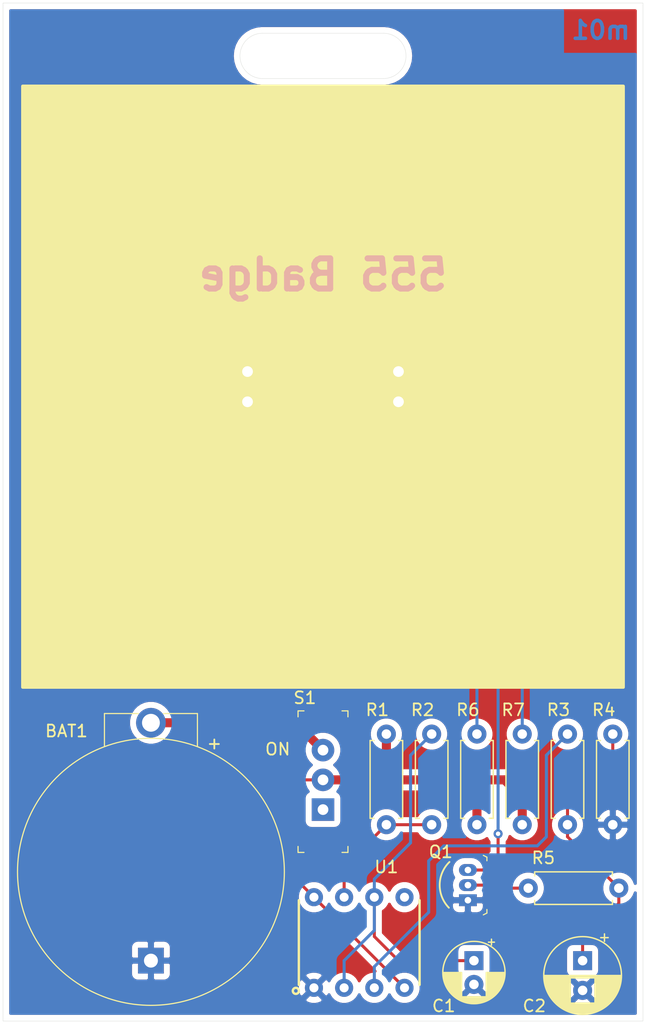
<source format=kicad_pcb>
(kicad_pcb (version 20171130) (host pcbnew "(5.1.6)-1")

  (general
    (thickness 1.6)
    (drawings 12)
    (tracks 66)
    (zones 0)
    (modules 15)
    (nets 14)
  )

  (page A4)
  (title_block
    (title "555 Badge")
    (date 2020-08-19)
    (rev m01)
    (comment 2 creativecommons.org/licenses/by/4.0/)
    (comment 3 "License: CC BY 4.0")
    (comment 4 "Author: Rahul Yesantharao")
  )

  (layers
    (0 F.Cu signal)
    (31 B.Cu signal)
    (32 B.Adhes user)
    (33 F.Adhes user)
    (34 B.Paste user)
    (35 F.Paste user)
    (36 B.SilkS user)
    (37 F.SilkS user)
    (38 B.Mask user)
    (39 F.Mask user)
    (40 Dwgs.User user)
    (41 Cmts.User user)
    (42 Eco1.User user)
    (43 Eco2.User user)
    (44 Edge.Cuts user)
    (45 Margin user)
    (46 B.CrtYd user)
    (47 F.CrtYd user)
    (48 B.Fab user)
    (49 F.Fab user)
  )

  (setup
    (last_trace_width 0.254)
    (user_trace_width 0.762)
    (trace_clearance 0.254)
    (zone_clearance 0.508)
    (zone_45_only no)
    (trace_min 0.1524)
    (via_size 0.762)
    (via_drill 0.381)
    (via_min_size 0.6858)
    (via_min_drill 0.3302)
    (uvia_size 0.762)
    (uvia_drill 0.381)
    (uvias_allowed no)
    (uvia_min_size 0.6858)
    (uvia_min_drill 0.3302)
    (edge_width 0.05)
    (segment_width 0.2)
    (pcb_text_width 0.3)
    (pcb_text_size 1.5 1.5)
    (mod_edge_width 0.12)
    (mod_text_size 1 1)
    (mod_text_width 0.15)
    (pad_size 1.524 1.524)
    (pad_drill 0.762)
    (pad_to_mask_clearance 0.0508)
    (aux_axis_origin 0 0)
    (visible_elements 7FFFFFFF)
    (pcbplotparams
      (layerselection 0x010f0_ffffffff)
      (usegerberextensions true)
      (usegerberattributes true)
      (usegerberadvancedattributes true)
      (creategerberjobfile true)
      (excludeedgelayer true)
      (linewidth 0.100000)
      (plotframeref false)
      (viasonmask false)
      (mode 1)
      (useauxorigin false)
      (hpglpennumber 1)
      (hpglpenspeed 20)
      (hpglpendiameter 15.000000)
      (psnegative false)
      (psa4output false)
      (plotreference true)
      (plotvalue false)
      (plotinvisibletext false)
      (padsonsilk false)
      (subtractmaskfromsilk false)
      (outputformat 1)
      (mirror false)
      (drillshape 0)
      (scaleselection 1)
      (outputdirectory "gerbers/"))
  )

  (net 0 "")
  (net 1 GND)
  (net 2 "Net-(BAT1-PadPos)")
  (net 3 "Net-(C1-Pad1)")
  (net 4 "Net-(C2-Pad1)")
  (net 5 "Net-(D1-Pad1)")
  (net 6 "Net-(D1-Pad2)")
  (net 7 "Net-(D2-Pad2)")
  (net 8 "Net-(Q1-Pad2)")
  (net 9 VCC)
  (net 10 "Net-(R1-Pad2)")
  (net 11 "Net-(R3-Pad2)")
  (net 12 "Net-(S1-Pad1)")
  (net 13 "Net-(U1-Pad5)")

  (net_class Default "This is the default net class."
    (clearance 0.254)
    (trace_width 0.254)
    (via_dia 0.762)
    (via_drill 0.381)
    (uvia_dia 0.762)
    (uvia_drill 0.381)
    (add_net GND)
    (add_net "Net-(BAT1-PadPos)")
    (add_net "Net-(C1-Pad1)")
    (add_net "Net-(C2-Pad1)")
    (add_net "Net-(D1-Pad1)")
    (add_net "Net-(D1-Pad2)")
    (add_net "Net-(D2-Pad2)")
    (add_net "Net-(Q1-Pad2)")
    (add_net "Net-(R1-Pad2)")
    (add_net "Net-(R3-Pad2)")
    (add_net "Net-(S1-Pad1)")
    (add_net "Net-(U1-Pad5)")
    (add_net VCC)
  )

  (module 555_badge:ICM7555-PDIP (layer F.Cu) (tedit 5F3D7FF8) (tstamp 5F3D8241)
    (at 156.972 120.396)
    (path /5F3C386E)
    (fp_text reference U1 (at 2.286 -6.35) (layer F.SilkS)
      (effects (font (size 1 1) (thickness 0.15)))
    )
    (fp_text value 7555 (at 0 5.588) (layer F.Fab)
      (effects (font (size 1 1) (thickness 0.15)))
    )
    (fp_circle (center -5.334 4.064) (end -5.08 4.064) (layer F.SilkS) (width 0.2032))
    (fp_line (start 5.08 3.556) (end 5.08 -3.556) (layer F.SilkS) (width 0.2032))
    (fp_line (start -5.08 3.556) (end -5.08 -3.556) (layer F.SilkS) (width 0.2032))
    (fp_line (start 5.08 -3.556) (end -5.08 -3.556) (layer F.Fab) (width 0.1016))
    (fp_line (start 5.08 3.556) (end -5.08 3.556) (layer F.Fab) (width 0.1016))
    (fp_line (start -5.08 3.556) (end -5.08 -3.556) (layer F.Fab) (width 0.1016))
    (fp_line (start 5.08 3.556) (end 5.08 -3.556) (layer F.Fab) (width 0.1016))
    (fp_arc (start -5.08 0) (end -5.08 -1.27) (angle 180) (layer F.Fab) (width 0.1016))
    (pad 5 thru_hole circle (at 3.81 -3.81) (size 1.524 1.524) (drill 0.762) (layers *.Cu *.Mask)
      (net 13 "Net-(U1-Pad5)"))
    (pad 1 thru_hole circle (at -3.81 3.81) (size 1.524 1.524) (drill 0.762) (layers *.Cu *.Mask)
      (net 1 GND))
    (pad 2 thru_hole circle (at -1.27 3.81) (size 1.524 1.524) (drill 0.762) (layers *.Cu *.Mask)
      (net 3 "Net-(C1-Pad1)"))
    (pad 3 thru_hole circle (at 1.27 3.81) (size 1.524 1.524) (drill 0.762) (layers *.Cu *.Mask)
      (net 11 "Net-(R3-Pad2)"))
    (pad 4 thru_hole circle (at 3.81 3.81) (size 1.524 1.524) (drill 0.762) (layers *.Cu *.Mask)
      (net 9 VCC))
    (pad 6 thru_hole circle (at 1.27 -3.81) (size 1.524 1.524) (drill 0.762) (layers *.Cu *.Mask)
      (net 3 "Net-(C1-Pad1)"))
    (pad 7 thru_hole circle (at -1.27 -3.81) (size 1.524 1.524) (drill 0.762) (layers *.Cu *.Mask)
      (net 10 "Net-(R1-Pad2)"))
    (pad 8 thru_hole circle (at -3.81 -3.81) (size 1.524 1.524) (drill 0.762) (layers *.Cu *.Mask)
      (net 9 VCC))
  )

  (module digikey-footprints:Battery_Holder_Coin_2032_BS-7 (layer F.Cu) (tedit 5ACD0859) (tstamp 5F3D8023)
    (at 139.446 121.92 90)
    (descr http://www.memoryprotectiondevices.com/datasheets/BS-7-datasheet.pdf)
    (path /5F3CA430)
    (fp_text reference BAT1 (at 19.304 -7.112 180) (layer F.SilkS)
      (effects (font (size 1 1) (thickness 0.15)))
    )
    (fp_text value BS-7 (at 7.62 1.524 90) (layer F.Fab)
      (effects (font (size 1 1) (thickness 0.15)))
    )
    (fp_line (start -3.9624 11.43) (end 21.5138 11.43) (layer F.CrtYd) (width 0.05))
    (fp_line (start -3.9624 -11.43) (end 21.5138 -11.43) (layer F.CrtYd) (width 0.05))
    (fp_line (start 21.5138 -11.43) (end 21.5138 11.43) (layer F.CrtYd) (width 0.05))
    (fp_line (start -3.9624 -11.43) (end -3.9624 11.43) (layer F.CrtYd) (width 0.05))
    (fp_line (start 20.7772 3.9116) (end 20.7772 1.0668) (layer F.SilkS) (width 0.1))
    (fp_line (start 20.7772 -3.9116) (end 20.7772 -1.0668) (layer F.SilkS) (width 0.1))
    (fp_line (start 18.034 3.9116) (end 20.7772 3.9116) (layer F.SilkS) (width 0.1))
    (fp_line (start 18.034 -3.9116) (end 20.7772 -3.9116) (layer F.SilkS) (width 0.1))
    (fp_line (start 20.6756 -3.81) (end 20.6756 3.81) (layer F.Fab) (width 0.1))
    (fp_line (start 17.9832 3.81) (end 20.6756 3.81) (layer F.Fab) (width 0.1))
    (fp_line (start 17.9832 -3.81) (end 20.6756 -3.81) (layer F.Fab) (width 0.1))
    (fp_circle (center 7.4676 0) (end -3.7592 0) (layer F.SilkS) (width 0.1))
    (fp_circle (center 7.4676 0) (end -3.7084 0) (layer F.Fab) (width 0.1))
    (fp_text user %R (at 7.4676 0 90) (layer F.Fab)
      (effects (font (size 1 1) (thickness 0.15)))
    )
    (pad Neg thru_hole rect (at 0 0 90) (size 2.17 2.17) (drill 1.17) (layers *.Cu *.Mask)
      (net 1 GND))
    (pad Pos thru_hole circle (at 20 0 90) (size 2.5 2.5) (drill 1.5) (layers *.Cu *.Mask)
      (net 2 "Net-(BAT1-PadPos)"))
  )

  (module Capacitor_THT:CP_Radial_D5.0mm_P2.00mm (layer F.Cu) (tedit 5AE50EF0) (tstamp 5F3D80A6)
    (at 166.624 121.92 270)
    (descr "CP, Radial series, Radial, pin pitch=2.00mm, , diameter=5mm, Electrolytic Capacitor")
    (tags "CP Radial series Radial pin pitch 2.00mm  diameter 5mm Electrolytic Capacitor")
    (path /5F3C62FA)
    (fp_text reference C1 (at 3.81 2.54 180) (layer F.SilkS)
      (effects (font (size 1 1) (thickness 0.15)))
    )
    (fp_text value 10uF (at 0.508 -3.556 90) (layer F.Fab)
      (effects (font (size 1 1) (thickness 0.15)))
    )
    (fp_circle (center 1 0) (end 3.5 0) (layer F.Fab) (width 0.1))
    (fp_circle (center 1 0) (end 3.62 0) (layer F.SilkS) (width 0.12))
    (fp_circle (center 1 0) (end 3.75 0) (layer F.CrtYd) (width 0.05))
    (fp_line (start -1.133605 -1.0875) (end -0.633605 -1.0875) (layer F.Fab) (width 0.1))
    (fp_line (start -0.883605 -1.3375) (end -0.883605 -0.8375) (layer F.Fab) (width 0.1))
    (fp_line (start 1 1.04) (end 1 2.58) (layer F.SilkS) (width 0.12))
    (fp_line (start 1 -2.58) (end 1 -1.04) (layer F.SilkS) (width 0.12))
    (fp_line (start 1.04 1.04) (end 1.04 2.58) (layer F.SilkS) (width 0.12))
    (fp_line (start 1.04 -2.58) (end 1.04 -1.04) (layer F.SilkS) (width 0.12))
    (fp_line (start 1.08 -2.579) (end 1.08 -1.04) (layer F.SilkS) (width 0.12))
    (fp_line (start 1.08 1.04) (end 1.08 2.579) (layer F.SilkS) (width 0.12))
    (fp_line (start 1.12 -2.578) (end 1.12 -1.04) (layer F.SilkS) (width 0.12))
    (fp_line (start 1.12 1.04) (end 1.12 2.578) (layer F.SilkS) (width 0.12))
    (fp_line (start 1.16 -2.576) (end 1.16 -1.04) (layer F.SilkS) (width 0.12))
    (fp_line (start 1.16 1.04) (end 1.16 2.576) (layer F.SilkS) (width 0.12))
    (fp_line (start 1.2 -2.573) (end 1.2 -1.04) (layer F.SilkS) (width 0.12))
    (fp_line (start 1.2 1.04) (end 1.2 2.573) (layer F.SilkS) (width 0.12))
    (fp_line (start 1.24 -2.569) (end 1.24 -1.04) (layer F.SilkS) (width 0.12))
    (fp_line (start 1.24 1.04) (end 1.24 2.569) (layer F.SilkS) (width 0.12))
    (fp_line (start 1.28 -2.565) (end 1.28 -1.04) (layer F.SilkS) (width 0.12))
    (fp_line (start 1.28 1.04) (end 1.28 2.565) (layer F.SilkS) (width 0.12))
    (fp_line (start 1.32 -2.561) (end 1.32 -1.04) (layer F.SilkS) (width 0.12))
    (fp_line (start 1.32 1.04) (end 1.32 2.561) (layer F.SilkS) (width 0.12))
    (fp_line (start 1.36 -2.556) (end 1.36 -1.04) (layer F.SilkS) (width 0.12))
    (fp_line (start 1.36 1.04) (end 1.36 2.556) (layer F.SilkS) (width 0.12))
    (fp_line (start 1.4 -2.55) (end 1.4 -1.04) (layer F.SilkS) (width 0.12))
    (fp_line (start 1.4 1.04) (end 1.4 2.55) (layer F.SilkS) (width 0.12))
    (fp_line (start 1.44 -2.543) (end 1.44 -1.04) (layer F.SilkS) (width 0.12))
    (fp_line (start 1.44 1.04) (end 1.44 2.543) (layer F.SilkS) (width 0.12))
    (fp_line (start 1.48 -2.536) (end 1.48 -1.04) (layer F.SilkS) (width 0.12))
    (fp_line (start 1.48 1.04) (end 1.48 2.536) (layer F.SilkS) (width 0.12))
    (fp_line (start 1.52 -2.528) (end 1.52 -1.04) (layer F.SilkS) (width 0.12))
    (fp_line (start 1.52 1.04) (end 1.52 2.528) (layer F.SilkS) (width 0.12))
    (fp_line (start 1.56 -2.52) (end 1.56 -1.04) (layer F.SilkS) (width 0.12))
    (fp_line (start 1.56 1.04) (end 1.56 2.52) (layer F.SilkS) (width 0.12))
    (fp_line (start 1.6 -2.511) (end 1.6 -1.04) (layer F.SilkS) (width 0.12))
    (fp_line (start 1.6 1.04) (end 1.6 2.511) (layer F.SilkS) (width 0.12))
    (fp_line (start 1.64 -2.501) (end 1.64 -1.04) (layer F.SilkS) (width 0.12))
    (fp_line (start 1.64 1.04) (end 1.64 2.501) (layer F.SilkS) (width 0.12))
    (fp_line (start 1.68 -2.491) (end 1.68 -1.04) (layer F.SilkS) (width 0.12))
    (fp_line (start 1.68 1.04) (end 1.68 2.491) (layer F.SilkS) (width 0.12))
    (fp_line (start 1.721 -2.48) (end 1.721 -1.04) (layer F.SilkS) (width 0.12))
    (fp_line (start 1.721 1.04) (end 1.721 2.48) (layer F.SilkS) (width 0.12))
    (fp_line (start 1.761 -2.468) (end 1.761 -1.04) (layer F.SilkS) (width 0.12))
    (fp_line (start 1.761 1.04) (end 1.761 2.468) (layer F.SilkS) (width 0.12))
    (fp_line (start 1.801 -2.455) (end 1.801 -1.04) (layer F.SilkS) (width 0.12))
    (fp_line (start 1.801 1.04) (end 1.801 2.455) (layer F.SilkS) (width 0.12))
    (fp_line (start 1.841 -2.442) (end 1.841 -1.04) (layer F.SilkS) (width 0.12))
    (fp_line (start 1.841 1.04) (end 1.841 2.442) (layer F.SilkS) (width 0.12))
    (fp_line (start 1.881 -2.428) (end 1.881 -1.04) (layer F.SilkS) (width 0.12))
    (fp_line (start 1.881 1.04) (end 1.881 2.428) (layer F.SilkS) (width 0.12))
    (fp_line (start 1.921 -2.414) (end 1.921 -1.04) (layer F.SilkS) (width 0.12))
    (fp_line (start 1.921 1.04) (end 1.921 2.414) (layer F.SilkS) (width 0.12))
    (fp_line (start 1.961 -2.398) (end 1.961 -1.04) (layer F.SilkS) (width 0.12))
    (fp_line (start 1.961 1.04) (end 1.961 2.398) (layer F.SilkS) (width 0.12))
    (fp_line (start 2.001 -2.382) (end 2.001 -1.04) (layer F.SilkS) (width 0.12))
    (fp_line (start 2.001 1.04) (end 2.001 2.382) (layer F.SilkS) (width 0.12))
    (fp_line (start 2.041 -2.365) (end 2.041 -1.04) (layer F.SilkS) (width 0.12))
    (fp_line (start 2.041 1.04) (end 2.041 2.365) (layer F.SilkS) (width 0.12))
    (fp_line (start 2.081 -2.348) (end 2.081 -1.04) (layer F.SilkS) (width 0.12))
    (fp_line (start 2.081 1.04) (end 2.081 2.348) (layer F.SilkS) (width 0.12))
    (fp_line (start 2.121 -2.329) (end 2.121 -1.04) (layer F.SilkS) (width 0.12))
    (fp_line (start 2.121 1.04) (end 2.121 2.329) (layer F.SilkS) (width 0.12))
    (fp_line (start 2.161 -2.31) (end 2.161 -1.04) (layer F.SilkS) (width 0.12))
    (fp_line (start 2.161 1.04) (end 2.161 2.31) (layer F.SilkS) (width 0.12))
    (fp_line (start 2.201 -2.29) (end 2.201 -1.04) (layer F.SilkS) (width 0.12))
    (fp_line (start 2.201 1.04) (end 2.201 2.29) (layer F.SilkS) (width 0.12))
    (fp_line (start 2.241 -2.268) (end 2.241 -1.04) (layer F.SilkS) (width 0.12))
    (fp_line (start 2.241 1.04) (end 2.241 2.268) (layer F.SilkS) (width 0.12))
    (fp_line (start 2.281 -2.247) (end 2.281 -1.04) (layer F.SilkS) (width 0.12))
    (fp_line (start 2.281 1.04) (end 2.281 2.247) (layer F.SilkS) (width 0.12))
    (fp_line (start 2.321 -2.224) (end 2.321 -1.04) (layer F.SilkS) (width 0.12))
    (fp_line (start 2.321 1.04) (end 2.321 2.224) (layer F.SilkS) (width 0.12))
    (fp_line (start 2.361 -2.2) (end 2.361 -1.04) (layer F.SilkS) (width 0.12))
    (fp_line (start 2.361 1.04) (end 2.361 2.2) (layer F.SilkS) (width 0.12))
    (fp_line (start 2.401 -2.175) (end 2.401 -1.04) (layer F.SilkS) (width 0.12))
    (fp_line (start 2.401 1.04) (end 2.401 2.175) (layer F.SilkS) (width 0.12))
    (fp_line (start 2.441 -2.149) (end 2.441 -1.04) (layer F.SilkS) (width 0.12))
    (fp_line (start 2.441 1.04) (end 2.441 2.149) (layer F.SilkS) (width 0.12))
    (fp_line (start 2.481 -2.122) (end 2.481 -1.04) (layer F.SilkS) (width 0.12))
    (fp_line (start 2.481 1.04) (end 2.481 2.122) (layer F.SilkS) (width 0.12))
    (fp_line (start 2.521 -2.095) (end 2.521 -1.04) (layer F.SilkS) (width 0.12))
    (fp_line (start 2.521 1.04) (end 2.521 2.095) (layer F.SilkS) (width 0.12))
    (fp_line (start 2.561 -2.065) (end 2.561 -1.04) (layer F.SilkS) (width 0.12))
    (fp_line (start 2.561 1.04) (end 2.561 2.065) (layer F.SilkS) (width 0.12))
    (fp_line (start 2.601 -2.035) (end 2.601 -1.04) (layer F.SilkS) (width 0.12))
    (fp_line (start 2.601 1.04) (end 2.601 2.035) (layer F.SilkS) (width 0.12))
    (fp_line (start 2.641 -2.004) (end 2.641 -1.04) (layer F.SilkS) (width 0.12))
    (fp_line (start 2.641 1.04) (end 2.641 2.004) (layer F.SilkS) (width 0.12))
    (fp_line (start 2.681 -1.971) (end 2.681 -1.04) (layer F.SilkS) (width 0.12))
    (fp_line (start 2.681 1.04) (end 2.681 1.971) (layer F.SilkS) (width 0.12))
    (fp_line (start 2.721 -1.937) (end 2.721 -1.04) (layer F.SilkS) (width 0.12))
    (fp_line (start 2.721 1.04) (end 2.721 1.937) (layer F.SilkS) (width 0.12))
    (fp_line (start 2.761 -1.901) (end 2.761 -1.04) (layer F.SilkS) (width 0.12))
    (fp_line (start 2.761 1.04) (end 2.761 1.901) (layer F.SilkS) (width 0.12))
    (fp_line (start 2.801 -1.864) (end 2.801 -1.04) (layer F.SilkS) (width 0.12))
    (fp_line (start 2.801 1.04) (end 2.801 1.864) (layer F.SilkS) (width 0.12))
    (fp_line (start 2.841 -1.826) (end 2.841 -1.04) (layer F.SilkS) (width 0.12))
    (fp_line (start 2.841 1.04) (end 2.841 1.826) (layer F.SilkS) (width 0.12))
    (fp_line (start 2.881 -1.785) (end 2.881 -1.04) (layer F.SilkS) (width 0.12))
    (fp_line (start 2.881 1.04) (end 2.881 1.785) (layer F.SilkS) (width 0.12))
    (fp_line (start 2.921 -1.743) (end 2.921 -1.04) (layer F.SilkS) (width 0.12))
    (fp_line (start 2.921 1.04) (end 2.921 1.743) (layer F.SilkS) (width 0.12))
    (fp_line (start 2.961 -1.699) (end 2.961 -1.04) (layer F.SilkS) (width 0.12))
    (fp_line (start 2.961 1.04) (end 2.961 1.699) (layer F.SilkS) (width 0.12))
    (fp_line (start 3.001 -1.653) (end 3.001 -1.04) (layer F.SilkS) (width 0.12))
    (fp_line (start 3.001 1.04) (end 3.001 1.653) (layer F.SilkS) (width 0.12))
    (fp_line (start 3.041 -1.605) (end 3.041 1.605) (layer F.SilkS) (width 0.12))
    (fp_line (start 3.081 -1.554) (end 3.081 1.554) (layer F.SilkS) (width 0.12))
    (fp_line (start 3.121 -1.5) (end 3.121 1.5) (layer F.SilkS) (width 0.12))
    (fp_line (start 3.161 -1.443) (end 3.161 1.443) (layer F.SilkS) (width 0.12))
    (fp_line (start 3.201 -1.383) (end 3.201 1.383) (layer F.SilkS) (width 0.12))
    (fp_line (start 3.241 -1.319) (end 3.241 1.319) (layer F.SilkS) (width 0.12))
    (fp_line (start 3.281 -1.251) (end 3.281 1.251) (layer F.SilkS) (width 0.12))
    (fp_line (start 3.321 -1.178) (end 3.321 1.178) (layer F.SilkS) (width 0.12))
    (fp_line (start 3.361 -1.098) (end 3.361 1.098) (layer F.SilkS) (width 0.12))
    (fp_line (start 3.401 -1.011) (end 3.401 1.011) (layer F.SilkS) (width 0.12))
    (fp_line (start 3.441 -0.915) (end 3.441 0.915) (layer F.SilkS) (width 0.12))
    (fp_line (start 3.481 -0.805) (end 3.481 0.805) (layer F.SilkS) (width 0.12))
    (fp_line (start 3.521 -0.677) (end 3.521 0.677) (layer F.SilkS) (width 0.12))
    (fp_line (start 3.561 -0.518) (end 3.561 0.518) (layer F.SilkS) (width 0.12))
    (fp_line (start 3.601 -0.284) (end 3.601 0.284) (layer F.SilkS) (width 0.12))
    (fp_line (start -1.804775 -1.475) (end -1.304775 -1.475) (layer F.SilkS) (width 0.12))
    (fp_line (start -1.554775 -1.725) (end -1.554775 -1.225) (layer F.SilkS) (width 0.12))
    (fp_text user %R (at 1 0 90) (layer F.Fab)
      (effects (font (size 1 1) (thickness 0.15)))
    )
    (pad 1 thru_hole rect (at 0 0 270) (size 1.6 1.6) (drill 0.8) (layers *.Cu *.Mask)
      (net 3 "Net-(C1-Pad1)"))
    (pad 2 thru_hole circle (at 2 0 270) (size 1.6 1.6) (drill 0.8) (layers *.Cu *.Mask)
      (net 1 GND))
    (model ${KISYS3DMOD}/Capacitor_THT.3dshapes/CP_Radial_D5.0mm_P2.00mm.wrl
      (at (xyz 0 0 0))
      (scale (xyz 1 1 1))
      (rotate (xyz 0 0 0))
    )
  )

  (module Capacitor_THT:CP_Radial_D6.3mm_P2.50mm (layer F.Cu) (tedit 5AE50EF0) (tstamp 5F3D813A)
    (at 175.768 121.92 270)
    (descr "CP, Radial series, Radial, pin pitch=2.50mm, , diameter=6.3mm, Electrolytic Capacitor")
    (tags "CP Radial series Radial pin pitch 2.50mm  diameter 6.3mm Electrolytic Capacitor")
    (path /5F3C6947)
    (fp_text reference C2 (at 3.81 4.064 180) (layer F.SilkS)
      (effects (font (size 1 1) (thickness 0.15)))
    )
    (fp_text value 100uF (at 0.508 4.318 90) (layer F.Fab)
      (effects (font (size 1 1) (thickness 0.15)))
    )
    (fp_circle (center 1.25 0) (end 4.4 0) (layer F.Fab) (width 0.1))
    (fp_circle (center 1.25 0) (end 4.52 0) (layer F.SilkS) (width 0.12))
    (fp_circle (center 1.25 0) (end 4.65 0) (layer F.CrtYd) (width 0.05))
    (fp_line (start -1.443972 -1.3735) (end -0.813972 -1.3735) (layer F.Fab) (width 0.1))
    (fp_line (start -1.128972 -1.6885) (end -1.128972 -1.0585) (layer F.Fab) (width 0.1))
    (fp_line (start 1.25 -3.23) (end 1.25 3.23) (layer F.SilkS) (width 0.12))
    (fp_line (start 1.29 -3.23) (end 1.29 3.23) (layer F.SilkS) (width 0.12))
    (fp_line (start 1.33 -3.23) (end 1.33 3.23) (layer F.SilkS) (width 0.12))
    (fp_line (start 1.37 -3.228) (end 1.37 3.228) (layer F.SilkS) (width 0.12))
    (fp_line (start 1.41 -3.227) (end 1.41 3.227) (layer F.SilkS) (width 0.12))
    (fp_line (start 1.45 -3.224) (end 1.45 3.224) (layer F.SilkS) (width 0.12))
    (fp_line (start 1.49 -3.222) (end 1.49 -1.04) (layer F.SilkS) (width 0.12))
    (fp_line (start 1.49 1.04) (end 1.49 3.222) (layer F.SilkS) (width 0.12))
    (fp_line (start 1.53 -3.218) (end 1.53 -1.04) (layer F.SilkS) (width 0.12))
    (fp_line (start 1.53 1.04) (end 1.53 3.218) (layer F.SilkS) (width 0.12))
    (fp_line (start 1.57 -3.215) (end 1.57 -1.04) (layer F.SilkS) (width 0.12))
    (fp_line (start 1.57 1.04) (end 1.57 3.215) (layer F.SilkS) (width 0.12))
    (fp_line (start 1.61 -3.211) (end 1.61 -1.04) (layer F.SilkS) (width 0.12))
    (fp_line (start 1.61 1.04) (end 1.61 3.211) (layer F.SilkS) (width 0.12))
    (fp_line (start 1.65 -3.206) (end 1.65 -1.04) (layer F.SilkS) (width 0.12))
    (fp_line (start 1.65 1.04) (end 1.65 3.206) (layer F.SilkS) (width 0.12))
    (fp_line (start 1.69 -3.201) (end 1.69 -1.04) (layer F.SilkS) (width 0.12))
    (fp_line (start 1.69 1.04) (end 1.69 3.201) (layer F.SilkS) (width 0.12))
    (fp_line (start 1.73 -3.195) (end 1.73 -1.04) (layer F.SilkS) (width 0.12))
    (fp_line (start 1.73 1.04) (end 1.73 3.195) (layer F.SilkS) (width 0.12))
    (fp_line (start 1.77 -3.189) (end 1.77 -1.04) (layer F.SilkS) (width 0.12))
    (fp_line (start 1.77 1.04) (end 1.77 3.189) (layer F.SilkS) (width 0.12))
    (fp_line (start 1.81 -3.182) (end 1.81 -1.04) (layer F.SilkS) (width 0.12))
    (fp_line (start 1.81 1.04) (end 1.81 3.182) (layer F.SilkS) (width 0.12))
    (fp_line (start 1.85 -3.175) (end 1.85 -1.04) (layer F.SilkS) (width 0.12))
    (fp_line (start 1.85 1.04) (end 1.85 3.175) (layer F.SilkS) (width 0.12))
    (fp_line (start 1.89 -3.167) (end 1.89 -1.04) (layer F.SilkS) (width 0.12))
    (fp_line (start 1.89 1.04) (end 1.89 3.167) (layer F.SilkS) (width 0.12))
    (fp_line (start 1.93 -3.159) (end 1.93 -1.04) (layer F.SilkS) (width 0.12))
    (fp_line (start 1.93 1.04) (end 1.93 3.159) (layer F.SilkS) (width 0.12))
    (fp_line (start 1.971 -3.15) (end 1.971 -1.04) (layer F.SilkS) (width 0.12))
    (fp_line (start 1.971 1.04) (end 1.971 3.15) (layer F.SilkS) (width 0.12))
    (fp_line (start 2.011 -3.141) (end 2.011 -1.04) (layer F.SilkS) (width 0.12))
    (fp_line (start 2.011 1.04) (end 2.011 3.141) (layer F.SilkS) (width 0.12))
    (fp_line (start 2.051 -3.131) (end 2.051 -1.04) (layer F.SilkS) (width 0.12))
    (fp_line (start 2.051 1.04) (end 2.051 3.131) (layer F.SilkS) (width 0.12))
    (fp_line (start 2.091 -3.121) (end 2.091 -1.04) (layer F.SilkS) (width 0.12))
    (fp_line (start 2.091 1.04) (end 2.091 3.121) (layer F.SilkS) (width 0.12))
    (fp_line (start 2.131 -3.11) (end 2.131 -1.04) (layer F.SilkS) (width 0.12))
    (fp_line (start 2.131 1.04) (end 2.131 3.11) (layer F.SilkS) (width 0.12))
    (fp_line (start 2.171 -3.098) (end 2.171 -1.04) (layer F.SilkS) (width 0.12))
    (fp_line (start 2.171 1.04) (end 2.171 3.098) (layer F.SilkS) (width 0.12))
    (fp_line (start 2.211 -3.086) (end 2.211 -1.04) (layer F.SilkS) (width 0.12))
    (fp_line (start 2.211 1.04) (end 2.211 3.086) (layer F.SilkS) (width 0.12))
    (fp_line (start 2.251 -3.074) (end 2.251 -1.04) (layer F.SilkS) (width 0.12))
    (fp_line (start 2.251 1.04) (end 2.251 3.074) (layer F.SilkS) (width 0.12))
    (fp_line (start 2.291 -3.061) (end 2.291 -1.04) (layer F.SilkS) (width 0.12))
    (fp_line (start 2.291 1.04) (end 2.291 3.061) (layer F.SilkS) (width 0.12))
    (fp_line (start 2.331 -3.047) (end 2.331 -1.04) (layer F.SilkS) (width 0.12))
    (fp_line (start 2.331 1.04) (end 2.331 3.047) (layer F.SilkS) (width 0.12))
    (fp_line (start 2.371 -3.033) (end 2.371 -1.04) (layer F.SilkS) (width 0.12))
    (fp_line (start 2.371 1.04) (end 2.371 3.033) (layer F.SilkS) (width 0.12))
    (fp_line (start 2.411 -3.018) (end 2.411 -1.04) (layer F.SilkS) (width 0.12))
    (fp_line (start 2.411 1.04) (end 2.411 3.018) (layer F.SilkS) (width 0.12))
    (fp_line (start 2.451 -3.002) (end 2.451 -1.04) (layer F.SilkS) (width 0.12))
    (fp_line (start 2.451 1.04) (end 2.451 3.002) (layer F.SilkS) (width 0.12))
    (fp_line (start 2.491 -2.986) (end 2.491 -1.04) (layer F.SilkS) (width 0.12))
    (fp_line (start 2.491 1.04) (end 2.491 2.986) (layer F.SilkS) (width 0.12))
    (fp_line (start 2.531 -2.97) (end 2.531 -1.04) (layer F.SilkS) (width 0.12))
    (fp_line (start 2.531 1.04) (end 2.531 2.97) (layer F.SilkS) (width 0.12))
    (fp_line (start 2.571 -2.952) (end 2.571 -1.04) (layer F.SilkS) (width 0.12))
    (fp_line (start 2.571 1.04) (end 2.571 2.952) (layer F.SilkS) (width 0.12))
    (fp_line (start 2.611 -2.934) (end 2.611 -1.04) (layer F.SilkS) (width 0.12))
    (fp_line (start 2.611 1.04) (end 2.611 2.934) (layer F.SilkS) (width 0.12))
    (fp_line (start 2.651 -2.916) (end 2.651 -1.04) (layer F.SilkS) (width 0.12))
    (fp_line (start 2.651 1.04) (end 2.651 2.916) (layer F.SilkS) (width 0.12))
    (fp_line (start 2.691 -2.896) (end 2.691 -1.04) (layer F.SilkS) (width 0.12))
    (fp_line (start 2.691 1.04) (end 2.691 2.896) (layer F.SilkS) (width 0.12))
    (fp_line (start 2.731 -2.876) (end 2.731 -1.04) (layer F.SilkS) (width 0.12))
    (fp_line (start 2.731 1.04) (end 2.731 2.876) (layer F.SilkS) (width 0.12))
    (fp_line (start 2.771 -2.856) (end 2.771 -1.04) (layer F.SilkS) (width 0.12))
    (fp_line (start 2.771 1.04) (end 2.771 2.856) (layer F.SilkS) (width 0.12))
    (fp_line (start 2.811 -2.834) (end 2.811 -1.04) (layer F.SilkS) (width 0.12))
    (fp_line (start 2.811 1.04) (end 2.811 2.834) (layer F.SilkS) (width 0.12))
    (fp_line (start 2.851 -2.812) (end 2.851 -1.04) (layer F.SilkS) (width 0.12))
    (fp_line (start 2.851 1.04) (end 2.851 2.812) (layer F.SilkS) (width 0.12))
    (fp_line (start 2.891 -2.79) (end 2.891 -1.04) (layer F.SilkS) (width 0.12))
    (fp_line (start 2.891 1.04) (end 2.891 2.79) (layer F.SilkS) (width 0.12))
    (fp_line (start 2.931 -2.766) (end 2.931 -1.04) (layer F.SilkS) (width 0.12))
    (fp_line (start 2.931 1.04) (end 2.931 2.766) (layer F.SilkS) (width 0.12))
    (fp_line (start 2.971 -2.742) (end 2.971 -1.04) (layer F.SilkS) (width 0.12))
    (fp_line (start 2.971 1.04) (end 2.971 2.742) (layer F.SilkS) (width 0.12))
    (fp_line (start 3.011 -2.716) (end 3.011 -1.04) (layer F.SilkS) (width 0.12))
    (fp_line (start 3.011 1.04) (end 3.011 2.716) (layer F.SilkS) (width 0.12))
    (fp_line (start 3.051 -2.69) (end 3.051 -1.04) (layer F.SilkS) (width 0.12))
    (fp_line (start 3.051 1.04) (end 3.051 2.69) (layer F.SilkS) (width 0.12))
    (fp_line (start 3.091 -2.664) (end 3.091 -1.04) (layer F.SilkS) (width 0.12))
    (fp_line (start 3.091 1.04) (end 3.091 2.664) (layer F.SilkS) (width 0.12))
    (fp_line (start 3.131 -2.636) (end 3.131 -1.04) (layer F.SilkS) (width 0.12))
    (fp_line (start 3.131 1.04) (end 3.131 2.636) (layer F.SilkS) (width 0.12))
    (fp_line (start 3.171 -2.607) (end 3.171 -1.04) (layer F.SilkS) (width 0.12))
    (fp_line (start 3.171 1.04) (end 3.171 2.607) (layer F.SilkS) (width 0.12))
    (fp_line (start 3.211 -2.578) (end 3.211 -1.04) (layer F.SilkS) (width 0.12))
    (fp_line (start 3.211 1.04) (end 3.211 2.578) (layer F.SilkS) (width 0.12))
    (fp_line (start 3.251 -2.548) (end 3.251 -1.04) (layer F.SilkS) (width 0.12))
    (fp_line (start 3.251 1.04) (end 3.251 2.548) (layer F.SilkS) (width 0.12))
    (fp_line (start 3.291 -2.516) (end 3.291 -1.04) (layer F.SilkS) (width 0.12))
    (fp_line (start 3.291 1.04) (end 3.291 2.516) (layer F.SilkS) (width 0.12))
    (fp_line (start 3.331 -2.484) (end 3.331 -1.04) (layer F.SilkS) (width 0.12))
    (fp_line (start 3.331 1.04) (end 3.331 2.484) (layer F.SilkS) (width 0.12))
    (fp_line (start 3.371 -2.45) (end 3.371 -1.04) (layer F.SilkS) (width 0.12))
    (fp_line (start 3.371 1.04) (end 3.371 2.45) (layer F.SilkS) (width 0.12))
    (fp_line (start 3.411 -2.416) (end 3.411 -1.04) (layer F.SilkS) (width 0.12))
    (fp_line (start 3.411 1.04) (end 3.411 2.416) (layer F.SilkS) (width 0.12))
    (fp_line (start 3.451 -2.38) (end 3.451 -1.04) (layer F.SilkS) (width 0.12))
    (fp_line (start 3.451 1.04) (end 3.451 2.38) (layer F.SilkS) (width 0.12))
    (fp_line (start 3.491 -2.343) (end 3.491 -1.04) (layer F.SilkS) (width 0.12))
    (fp_line (start 3.491 1.04) (end 3.491 2.343) (layer F.SilkS) (width 0.12))
    (fp_line (start 3.531 -2.305) (end 3.531 -1.04) (layer F.SilkS) (width 0.12))
    (fp_line (start 3.531 1.04) (end 3.531 2.305) (layer F.SilkS) (width 0.12))
    (fp_line (start 3.571 -2.265) (end 3.571 2.265) (layer F.SilkS) (width 0.12))
    (fp_line (start 3.611 -2.224) (end 3.611 2.224) (layer F.SilkS) (width 0.12))
    (fp_line (start 3.651 -2.182) (end 3.651 2.182) (layer F.SilkS) (width 0.12))
    (fp_line (start 3.691 -2.137) (end 3.691 2.137) (layer F.SilkS) (width 0.12))
    (fp_line (start 3.731 -2.092) (end 3.731 2.092) (layer F.SilkS) (width 0.12))
    (fp_line (start 3.771 -2.044) (end 3.771 2.044) (layer F.SilkS) (width 0.12))
    (fp_line (start 3.811 -1.995) (end 3.811 1.995) (layer F.SilkS) (width 0.12))
    (fp_line (start 3.851 -1.944) (end 3.851 1.944) (layer F.SilkS) (width 0.12))
    (fp_line (start 3.891 -1.89) (end 3.891 1.89) (layer F.SilkS) (width 0.12))
    (fp_line (start 3.931 -1.834) (end 3.931 1.834) (layer F.SilkS) (width 0.12))
    (fp_line (start 3.971 -1.776) (end 3.971 1.776) (layer F.SilkS) (width 0.12))
    (fp_line (start 4.011 -1.714) (end 4.011 1.714) (layer F.SilkS) (width 0.12))
    (fp_line (start 4.051 -1.65) (end 4.051 1.65) (layer F.SilkS) (width 0.12))
    (fp_line (start 4.091 -1.581) (end 4.091 1.581) (layer F.SilkS) (width 0.12))
    (fp_line (start 4.131 -1.509) (end 4.131 1.509) (layer F.SilkS) (width 0.12))
    (fp_line (start 4.171 -1.432) (end 4.171 1.432) (layer F.SilkS) (width 0.12))
    (fp_line (start 4.211 -1.35) (end 4.211 1.35) (layer F.SilkS) (width 0.12))
    (fp_line (start 4.251 -1.262) (end 4.251 1.262) (layer F.SilkS) (width 0.12))
    (fp_line (start 4.291 -1.165) (end 4.291 1.165) (layer F.SilkS) (width 0.12))
    (fp_line (start 4.331 -1.059) (end 4.331 1.059) (layer F.SilkS) (width 0.12))
    (fp_line (start 4.371 -0.94) (end 4.371 0.94) (layer F.SilkS) (width 0.12))
    (fp_line (start 4.411 -0.802) (end 4.411 0.802) (layer F.SilkS) (width 0.12))
    (fp_line (start 4.451 -0.633) (end 4.451 0.633) (layer F.SilkS) (width 0.12))
    (fp_line (start 4.491 -0.402) (end 4.491 0.402) (layer F.SilkS) (width 0.12))
    (fp_line (start -2.250241 -1.839) (end -1.620241 -1.839) (layer F.SilkS) (width 0.12))
    (fp_line (start -1.935241 -2.154) (end -1.935241 -1.524) (layer F.SilkS) (width 0.12))
    (fp_text user %R (at 1.25 0 90) (layer F.Fab)
      (effects (font (size 1 1) (thickness 0.15)))
    )
    (pad 1 thru_hole rect (at 0 0 270) (size 1.6 1.6) (drill 0.8) (layers *.Cu *.Mask)
      (net 4 "Net-(C2-Pad1)"))
    (pad 2 thru_hole circle (at 2.5 0 270) (size 1.6 1.6) (drill 0.8) (layers *.Cu *.Mask)
      (net 1 GND))
    (model ${KISYS3DMOD}/Capacitor_THT.3dshapes/CP_Radial_D6.3mm_P2.50mm.wrl
      (at (xyz 0 0 0))
      (scale (xyz 1 1 1))
      (rotate (xyz 0 0 0))
    )
  )

  (module LED_THT:LED_D3.0mm (layer F.Cu) (tedit 587A3A7B) (tstamp 5F3D814D)
    (at 147.574 74.93 90)
    (descr "LED, diameter 3.0mm, 2 pins")
    (tags "LED diameter 3.0mm 2 pins")
    (path /5F3C72EF)
    (fp_text reference D1 (at 1.27 -2.96 90) (layer F.SilkS)
      (effects (font (size 1 1) (thickness 0.15)))
    )
    (fp_text value RED (at 1.27 2.96 90) (layer F.Fab)
      (effects (font (size 1 1) (thickness 0.15)))
    )
    (fp_circle (center 1.27 0) (end 2.77 0) (layer F.Fab) (width 0.1))
    (fp_line (start -0.23 -1.16619) (end -0.23 1.16619) (layer F.Fab) (width 0.1))
    (fp_line (start -0.29 -1.236) (end -0.29 -1.08) (layer F.SilkS) (width 0.12))
    (fp_line (start -0.29 1.08) (end -0.29 1.236) (layer F.SilkS) (width 0.12))
    (fp_line (start -1.15 -2.25) (end -1.15 2.25) (layer F.CrtYd) (width 0.05))
    (fp_line (start -1.15 2.25) (end 3.7 2.25) (layer F.CrtYd) (width 0.05))
    (fp_line (start 3.7 2.25) (end 3.7 -2.25) (layer F.CrtYd) (width 0.05))
    (fp_line (start 3.7 -2.25) (end -1.15 -2.25) (layer F.CrtYd) (width 0.05))
    (fp_arc (start 1.27 0) (end -0.23 -1.16619) (angle 284.3) (layer F.Fab) (width 0.1))
    (fp_arc (start 1.27 0) (end -0.29 -1.235516) (angle 108.8) (layer F.SilkS) (width 0.12))
    (fp_arc (start 1.27 0) (end -0.29 1.235516) (angle -108.8) (layer F.SilkS) (width 0.12))
    (fp_arc (start 1.27 0) (end 0.229039 -1.08) (angle 87.9) (layer F.SilkS) (width 0.12))
    (fp_arc (start 1.27 0) (end 0.229039 1.08) (angle -87.9) (layer F.SilkS) (width 0.12))
    (pad 1 thru_hole rect (at 0 0 90) (size 1.8 1.8) (drill 0.9) (layers *.Cu *.Mask)
      (net 5 "Net-(D1-Pad1)"))
    (pad 2 thru_hole circle (at 2.54 0 90) (size 1.8 1.8) (drill 0.9) (layers *.Cu *.Mask)
      (net 6 "Net-(D1-Pad2)"))
    (model ${KISYS3DMOD}/LED_THT.3dshapes/LED_D3.0mm.wrl
      (at (xyz 0 0 0))
      (scale (xyz 1 1 1))
      (rotate (xyz 0 0 0))
    )
  )

  (module LED_THT:LED_D3.0mm (layer F.Cu) (tedit 587A3A7B) (tstamp 5F3D8160)
    (at 160.274 74.93 90)
    (descr "LED, diameter 3.0mm, 2 pins")
    (tags "LED diameter 3.0mm 2 pins")
    (path /5F3C7BF0)
    (fp_text reference D2 (at 1.27 -2.96 90) (layer F.SilkS)
      (effects (font (size 1 1) (thickness 0.15)))
    )
    (fp_text value RED (at 1.27 2.96 90) (layer F.Fab)
      (effects (font (size 1 1) (thickness 0.15)))
    )
    (fp_line (start 3.7 -2.25) (end -1.15 -2.25) (layer F.CrtYd) (width 0.05))
    (fp_line (start 3.7 2.25) (end 3.7 -2.25) (layer F.CrtYd) (width 0.05))
    (fp_line (start -1.15 2.25) (end 3.7 2.25) (layer F.CrtYd) (width 0.05))
    (fp_line (start -1.15 -2.25) (end -1.15 2.25) (layer F.CrtYd) (width 0.05))
    (fp_line (start -0.29 1.08) (end -0.29 1.236) (layer F.SilkS) (width 0.12))
    (fp_line (start -0.29 -1.236) (end -0.29 -1.08) (layer F.SilkS) (width 0.12))
    (fp_line (start -0.23 -1.16619) (end -0.23 1.16619) (layer F.Fab) (width 0.1))
    (fp_circle (center 1.27 0) (end 2.77 0) (layer F.Fab) (width 0.1))
    (fp_arc (start 1.27 0) (end 0.229039 1.08) (angle -87.9) (layer F.SilkS) (width 0.12))
    (fp_arc (start 1.27 0) (end 0.229039 -1.08) (angle 87.9) (layer F.SilkS) (width 0.12))
    (fp_arc (start 1.27 0) (end -0.29 1.235516) (angle -108.8) (layer F.SilkS) (width 0.12))
    (fp_arc (start 1.27 0) (end -0.29 -1.235516) (angle 108.8) (layer F.SilkS) (width 0.12))
    (fp_arc (start 1.27 0) (end -0.23 -1.16619) (angle 284.3) (layer F.Fab) (width 0.1))
    (pad 2 thru_hole circle (at 2.54 0 90) (size 1.8 1.8) (drill 0.9) (layers *.Cu *.Mask)
      (net 7 "Net-(D2-Pad2)"))
    (pad 1 thru_hole rect (at 0 0 90) (size 1.8 1.8) (drill 0.9) (layers *.Cu *.Mask)
      (net 5 "Net-(D1-Pad1)"))
    (model ${KISYS3DMOD}/LED_THT.3dshapes/LED_D3.0mm.wrl
      (at (xyz 0 0 0))
      (scale (xyz 1 1 1))
      (rotate (xyz 0 0 0))
    )
  )

  (module digikey-footprints:TO-92-3 (layer F.Cu) (tedit 5AF9CDD1) (tstamp 5F3D8174)
    (at 166.116 116.84 90)
    (descr http://www.ti.com/lit/ds/symlink/tl431a.pdf)
    (path /5F3C98A1)
    (fp_text reference Q1 (at 4.064 -2.286 180) (layer F.SilkS)
      (effects (font (size 1 1) (thickness 0.15)))
    )
    (fp_text value 2N3904 (at 1.27 2.5 90) (layer F.Fab)
      (effects (font (size 1 1) (thickness 0.15)))
    )
    (fp_line (start 3.57 1.5) (end -1.03 1.5) (layer F.Fab) (width 0.15))
    (fp_line (start -1.63 -2.5) (end 4.17 -2.5) (layer F.CrtYd) (width 0.05))
    (fp_line (start -1.63 1.75) (end 4.17 1.75) (layer F.CrtYd) (width 0.05))
    (fp_line (start -1.63 1.75) (end -1.63 -2.5) (layer F.CrtYd) (width 0.05))
    (fp_line (start 4.17 1.75) (end 4.17 -2.5) (layer F.CrtYd) (width 0.05))
    (fp_line (start 3.62 1.6) (end 3.77 1.3) (layer F.SilkS) (width 0.1))
    (fp_line (start 3.62 1.6) (end 3.32 1.6) (layer F.SilkS) (width 0.1))
    (fp_line (start -0.78 1.6) (end -1.08 1.6) (layer F.SilkS) (width 0.1))
    (fp_line (start -1.08 1.6) (end -1.23 1.3) (layer F.SilkS) (width 0.1))
    (fp_arc (start 1.27 0.35) (end -0.63 -1.6) (angle 90) (layer F.SilkS) (width 0.15))
    (fp_arc (start 1.27 0.3) (end -1.03 1.5) (angle 235) (layer F.Fab) (width 0.15))
    (fp_arc (start 1.27 0.3) (end -1.33 0.3) (angle 90) (layer F.Fab) (width 0.15))
    (fp_text user %R (at 1.27 -1.25 270) (layer F.Fab)
      (effects (font (size 0.75 0.75) (thickness 0.15)))
    )
    (pad 2 thru_hole oval (at 1.27 0 270) (size 1 1.5) (drill 0.55) (layers *.Cu *.Mask)
      (net 8 "Net-(Q1-Pad2)"))
    (pad 3 thru_hole oval (at 2.54 0 270) (size 1 1.5) (drill 0.55) (layers *.Cu *.Mask)
      (net 5 "Net-(D1-Pad1)"))
    (pad 1 thru_hole rect (at 0 0 270) (size 1 1.5) (drill 0.55) (layers *.Cu *.Mask)
      (net 1 GND))
  )

  (module Resistor_THT:R_Axial_DIN0207_L6.3mm_D2.5mm_P7.62mm_Horizontal (layer F.Cu) (tedit 5AE5139B) (tstamp 5F3D818B)
    (at 159.258 102.87 270)
    (descr "Resistor, Axial_DIN0207 series, Axial, Horizontal, pin pitch=7.62mm, 0.25W = 1/4W, length*diameter=6.3*2.5mm^2, http://cdn-reichelt.de/documents/datenblatt/B400/1_4W%23YAG.pdf")
    (tags "Resistor Axial_DIN0207 series Axial Horizontal pin pitch 7.62mm 0.25W = 1/4W length 6.3mm diameter 2.5mm")
    (path /5F3C3D8D)
    (fp_text reference R1 (at -2.032 0.762 180) (layer F.SilkS)
      (effects (font (size 1 1) (thickness 0.15)))
    )
    (fp_text value 22k (at 3.81 2.37 90) (layer F.Fab)
      (effects (font (size 1 1) (thickness 0.15)))
    )
    (fp_line (start 0.66 -1.25) (end 0.66 1.25) (layer F.Fab) (width 0.1))
    (fp_line (start 0.66 1.25) (end 6.96 1.25) (layer F.Fab) (width 0.1))
    (fp_line (start 6.96 1.25) (end 6.96 -1.25) (layer F.Fab) (width 0.1))
    (fp_line (start 6.96 -1.25) (end 0.66 -1.25) (layer F.Fab) (width 0.1))
    (fp_line (start 0 0) (end 0.66 0) (layer F.Fab) (width 0.1))
    (fp_line (start 7.62 0) (end 6.96 0) (layer F.Fab) (width 0.1))
    (fp_line (start 0.54 -1.04) (end 0.54 -1.37) (layer F.SilkS) (width 0.12))
    (fp_line (start 0.54 -1.37) (end 7.08 -1.37) (layer F.SilkS) (width 0.12))
    (fp_line (start 7.08 -1.37) (end 7.08 -1.04) (layer F.SilkS) (width 0.12))
    (fp_line (start 0.54 1.04) (end 0.54 1.37) (layer F.SilkS) (width 0.12))
    (fp_line (start 0.54 1.37) (end 7.08 1.37) (layer F.SilkS) (width 0.12))
    (fp_line (start 7.08 1.37) (end 7.08 1.04) (layer F.SilkS) (width 0.12))
    (fp_line (start -1.05 -1.5) (end -1.05 1.5) (layer F.CrtYd) (width 0.05))
    (fp_line (start -1.05 1.5) (end 8.67 1.5) (layer F.CrtYd) (width 0.05))
    (fp_line (start 8.67 1.5) (end 8.67 -1.5) (layer F.CrtYd) (width 0.05))
    (fp_line (start 8.67 -1.5) (end -1.05 -1.5) (layer F.CrtYd) (width 0.05))
    (fp_text user %R (at 3.81 0 90) (layer F.Fab)
      (effects (font (size 1 1) (thickness 0.15)))
    )
    (pad 1 thru_hole circle (at 0 0 270) (size 1.6 1.6) (drill 0.8) (layers *.Cu *.Mask)
      (net 9 VCC))
    (pad 2 thru_hole oval (at 7.62 0 270) (size 1.6 1.6) (drill 0.8) (layers *.Cu *.Mask)
      (net 10 "Net-(R1-Pad2)"))
    (model ${KISYS3DMOD}/Resistor_THT.3dshapes/R_Axial_DIN0207_L6.3mm_D2.5mm_P7.62mm_Horizontal.wrl
      (at (xyz 0 0 0))
      (scale (xyz 1 1 1))
      (rotate (xyz 0 0 0))
    )
  )

  (module Resistor_THT:R_Axial_DIN0207_L6.3mm_D2.5mm_P7.62mm_Horizontal (layer F.Cu) (tedit 5AE5139B) (tstamp 5F3D81A2)
    (at 163.068 110.49 90)
    (descr "Resistor, Axial_DIN0207 series, Axial, Horizontal, pin pitch=7.62mm, 0.25W = 1/4W, length*diameter=6.3*2.5mm^2, http://cdn-reichelt.de/documents/datenblatt/B400/1_4W%23YAG.pdf")
    (tags "Resistor Axial_DIN0207 series Axial Horizontal pin pitch 7.62mm 0.25W = 1/4W length 6.3mm diameter 2.5mm")
    (path /5F3C43AB)
    (fp_text reference R2 (at 9.652 -0.762 180) (layer F.SilkS)
      (effects (font (size 1 1) (thickness 0.15)))
    )
    (fp_text value 330k (at 3.81 2.37 90) (layer F.Fab)
      (effects (font (size 1 1) (thickness 0.15)))
    )
    (fp_line (start 8.67 -1.5) (end -1.05 -1.5) (layer F.CrtYd) (width 0.05))
    (fp_line (start 8.67 1.5) (end 8.67 -1.5) (layer F.CrtYd) (width 0.05))
    (fp_line (start -1.05 1.5) (end 8.67 1.5) (layer F.CrtYd) (width 0.05))
    (fp_line (start -1.05 -1.5) (end -1.05 1.5) (layer F.CrtYd) (width 0.05))
    (fp_line (start 7.08 1.37) (end 7.08 1.04) (layer F.SilkS) (width 0.12))
    (fp_line (start 0.54 1.37) (end 7.08 1.37) (layer F.SilkS) (width 0.12))
    (fp_line (start 0.54 1.04) (end 0.54 1.37) (layer F.SilkS) (width 0.12))
    (fp_line (start 7.08 -1.37) (end 7.08 -1.04) (layer F.SilkS) (width 0.12))
    (fp_line (start 0.54 -1.37) (end 7.08 -1.37) (layer F.SilkS) (width 0.12))
    (fp_line (start 0.54 -1.04) (end 0.54 -1.37) (layer F.SilkS) (width 0.12))
    (fp_line (start 7.62 0) (end 6.96 0) (layer F.Fab) (width 0.1))
    (fp_line (start 0 0) (end 0.66 0) (layer F.Fab) (width 0.1))
    (fp_line (start 6.96 -1.25) (end 0.66 -1.25) (layer F.Fab) (width 0.1))
    (fp_line (start 6.96 1.25) (end 6.96 -1.25) (layer F.Fab) (width 0.1))
    (fp_line (start 0.66 1.25) (end 6.96 1.25) (layer F.Fab) (width 0.1))
    (fp_line (start 0.66 -1.25) (end 0.66 1.25) (layer F.Fab) (width 0.1))
    (fp_text user %R (at 3.81 0 90) (layer F.Fab)
      (effects (font (size 1 1) (thickness 0.15)))
    )
    (pad 2 thru_hole oval (at 7.62 0 90) (size 1.6 1.6) (drill 0.8) (layers *.Cu *.Mask)
      (net 3 "Net-(C1-Pad1)"))
    (pad 1 thru_hole circle (at 0 0 90) (size 1.6 1.6) (drill 0.8) (layers *.Cu *.Mask)
      (net 10 "Net-(R1-Pad2)"))
    (model ${KISYS3DMOD}/Resistor_THT.3dshapes/R_Axial_DIN0207_L6.3mm_D2.5mm_P7.62mm_Horizontal.wrl
      (at (xyz 0 0 0))
      (scale (xyz 1 1 1))
      (rotate (xyz 0 0 0))
    )
  )

  (module Resistor_THT:R_Axial_DIN0207_L6.3mm_D2.5mm_P7.62mm_Horizontal (layer F.Cu) (tedit 5AE5139B) (tstamp 5F3D81B9)
    (at 174.498 110.49 90)
    (descr "Resistor, Axial_DIN0207 series, Axial, Horizontal, pin pitch=7.62mm, 0.25W = 1/4W, length*diameter=6.3*2.5mm^2, http://cdn-reichelt.de/documents/datenblatt/B400/1_4W%23YAG.pdf")
    (tags "Resistor Axial_DIN0207 series Axial Horizontal pin pitch 7.62mm 0.25W = 1/4W length 6.3mm diameter 2.5mm")
    (path /5F3C48A5)
    (fp_text reference R3 (at 9.652 -0.762 180) (layer F.SilkS)
      (effects (font (size 1 1) (thickness 0.15)))
    )
    (fp_text value 22k (at 3.81 2.37 90) (layer F.Fab)
      (effects (font (size 1 1) (thickness 0.15)))
    )
    (fp_line (start 0.66 -1.25) (end 0.66 1.25) (layer F.Fab) (width 0.1))
    (fp_line (start 0.66 1.25) (end 6.96 1.25) (layer F.Fab) (width 0.1))
    (fp_line (start 6.96 1.25) (end 6.96 -1.25) (layer F.Fab) (width 0.1))
    (fp_line (start 6.96 -1.25) (end 0.66 -1.25) (layer F.Fab) (width 0.1))
    (fp_line (start 0 0) (end 0.66 0) (layer F.Fab) (width 0.1))
    (fp_line (start 7.62 0) (end 6.96 0) (layer F.Fab) (width 0.1))
    (fp_line (start 0.54 -1.04) (end 0.54 -1.37) (layer F.SilkS) (width 0.12))
    (fp_line (start 0.54 -1.37) (end 7.08 -1.37) (layer F.SilkS) (width 0.12))
    (fp_line (start 7.08 -1.37) (end 7.08 -1.04) (layer F.SilkS) (width 0.12))
    (fp_line (start 0.54 1.04) (end 0.54 1.37) (layer F.SilkS) (width 0.12))
    (fp_line (start 0.54 1.37) (end 7.08 1.37) (layer F.SilkS) (width 0.12))
    (fp_line (start 7.08 1.37) (end 7.08 1.04) (layer F.SilkS) (width 0.12))
    (fp_line (start -1.05 -1.5) (end -1.05 1.5) (layer F.CrtYd) (width 0.05))
    (fp_line (start -1.05 1.5) (end 8.67 1.5) (layer F.CrtYd) (width 0.05))
    (fp_line (start 8.67 1.5) (end 8.67 -1.5) (layer F.CrtYd) (width 0.05))
    (fp_line (start 8.67 -1.5) (end -1.05 -1.5) (layer F.CrtYd) (width 0.05))
    (fp_text user %R (at 3.81 0 90) (layer F.Fab)
      (effects (font (size 1 1) (thickness 0.15)))
    )
    (pad 1 thru_hole circle (at 0 0 90) (size 1.6 1.6) (drill 0.8) (layers *.Cu *.Mask)
      (net 4 "Net-(C2-Pad1)"))
    (pad 2 thru_hole oval (at 7.62 0 90) (size 1.6 1.6) (drill 0.8) (layers *.Cu *.Mask)
      (net 11 "Net-(R3-Pad2)"))
    (model ${KISYS3DMOD}/Resistor_THT.3dshapes/R_Axial_DIN0207_L6.3mm_D2.5mm_P7.62mm_Horizontal.wrl
      (at (xyz 0 0 0))
      (scale (xyz 1 1 1))
      (rotate (xyz 0 0 0))
    )
  )

  (module Resistor_THT:R_Axial_DIN0207_L6.3mm_D2.5mm_P7.62mm_Horizontal (layer F.Cu) (tedit 5AE5139B) (tstamp 5F3D81D0)
    (at 178.308 102.87 270)
    (descr "Resistor, Axial_DIN0207 series, Axial, Horizontal, pin pitch=7.62mm, 0.25W = 1/4W, length*diameter=6.3*2.5mm^2, http://cdn-reichelt.de/documents/datenblatt/B400/1_4W%23YAG.pdf")
    (tags "Resistor Axial_DIN0207 series Axial Horizontal pin pitch 7.62mm 0.25W = 1/4W length 6.3mm diameter 2.5mm")
    (path /5F3C4EE9)
    (fp_text reference R4 (at -2.032 0.762 180) (layer F.SilkS)
      (effects (font (size 1 1) (thickness 0.15)))
    )
    (fp_text value 100k (at 3.81 2.37 90) (layer F.Fab)
      (effects (font (size 1 1) (thickness 0.15)))
    )
    (fp_line (start 8.67 -1.5) (end -1.05 -1.5) (layer F.CrtYd) (width 0.05))
    (fp_line (start 8.67 1.5) (end 8.67 -1.5) (layer F.CrtYd) (width 0.05))
    (fp_line (start -1.05 1.5) (end 8.67 1.5) (layer F.CrtYd) (width 0.05))
    (fp_line (start -1.05 -1.5) (end -1.05 1.5) (layer F.CrtYd) (width 0.05))
    (fp_line (start 7.08 1.37) (end 7.08 1.04) (layer F.SilkS) (width 0.12))
    (fp_line (start 0.54 1.37) (end 7.08 1.37) (layer F.SilkS) (width 0.12))
    (fp_line (start 0.54 1.04) (end 0.54 1.37) (layer F.SilkS) (width 0.12))
    (fp_line (start 7.08 -1.37) (end 7.08 -1.04) (layer F.SilkS) (width 0.12))
    (fp_line (start 0.54 -1.37) (end 7.08 -1.37) (layer F.SilkS) (width 0.12))
    (fp_line (start 0.54 -1.04) (end 0.54 -1.37) (layer F.SilkS) (width 0.12))
    (fp_line (start 7.62 0) (end 6.96 0) (layer F.Fab) (width 0.1))
    (fp_line (start 0 0) (end 0.66 0) (layer F.Fab) (width 0.1))
    (fp_line (start 6.96 -1.25) (end 0.66 -1.25) (layer F.Fab) (width 0.1))
    (fp_line (start 6.96 1.25) (end 6.96 -1.25) (layer F.Fab) (width 0.1))
    (fp_line (start 0.66 1.25) (end 6.96 1.25) (layer F.Fab) (width 0.1))
    (fp_line (start 0.66 -1.25) (end 0.66 1.25) (layer F.Fab) (width 0.1))
    (fp_text user %R (at 3.81 0 90) (layer F.Fab)
      (effects (font (size 1 1) (thickness 0.15)))
    )
    (pad 2 thru_hole oval (at 7.62 0 270) (size 1.6 1.6) (drill 0.8) (layers *.Cu *.Mask)
      (net 1 GND))
    (pad 1 thru_hole circle (at 0 0 270) (size 1.6 1.6) (drill 0.8) (layers *.Cu *.Mask)
      (net 4 "Net-(C2-Pad1)"))
    (model ${KISYS3DMOD}/Resistor_THT.3dshapes/R_Axial_DIN0207_L6.3mm_D2.5mm_P7.62mm_Horizontal.wrl
      (at (xyz 0 0 0))
      (scale (xyz 1 1 1))
      (rotate (xyz 0 0 0))
    )
  )

  (module Resistor_THT:R_Axial_DIN0207_L6.3mm_D2.5mm_P7.62mm_Horizontal (layer F.Cu) (tedit 5AE5139B) (tstamp 5F3DF674)
    (at 171.196 115.824)
    (descr "Resistor, Axial_DIN0207 series, Axial, Horizontal, pin pitch=7.62mm, 0.25W = 1/4W, length*diameter=6.3*2.5mm^2, http://cdn-reichelt.de/documents/datenblatt/B400/1_4W%23YAG.pdf")
    (tags "Resistor Axial_DIN0207 series Axial Horizontal pin pitch 7.62mm 0.25W = 1/4W length 6.3mm diameter 2.5mm")
    (path /5F3C5624)
    (fp_text reference R5 (at 1.27 -2.54) (layer F.SilkS)
      (effects (font (size 1 1) (thickness 0.15)))
    )
    (fp_text value 10k (at 3.81 2.37) (layer F.Fab)
      (effects (font (size 1 1) (thickness 0.15)))
    )
    (fp_line (start 0.66 -1.25) (end 0.66 1.25) (layer F.Fab) (width 0.1))
    (fp_line (start 0.66 1.25) (end 6.96 1.25) (layer F.Fab) (width 0.1))
    (fp_line (start 6.96 1.25) (end 6.96 -1.25) (layer F.Fab) (width 0.1))
    (fp_line (start 6.96 -1.25) (end 0.66 -1.25) (layer F.Fab) (width 0.1))
    (fp_line (start 0 0) (end 0.66 0) (layer F.Fab) (width 0.1))
    (fp_line (start 7.62 0) (end 6.96 0) (layer F.Fab) (width 0.1))
    (fp_line (start 0.54 -1.04) (end 0.54 -1.37) (layer F.SilkS) (width 0.12))
    (fp_line (start 0.54 -1.37) (end 7.08 -1.37) (layer F.SilkS) (width 0.12))
    (fp_line (start 7.08 -1.37) (end 7.08 -1.04) (layer F.SilkS) (width 0.12))
    (fp_line (start 0.54 1.04) (end 0.54 1.37) (layer F.SilkS) (width 0.12))
    (fp_line (start 0.54 1.37) (end 7.08 1.37) (layer F.SilkS) (width 0.12))
    (fp_line (start 7.08 1.37) (end 7.08 1.04) (layer F.SilkS) (width 0.12))
    (fp_line (start -1.05 -1.5) (end -1.05 1.5) (layer F.CrtYd) (width 0.05))
    (fp_line (start -1.05 1.5) (end 8.67 1.5) (layer F.CrtYd) (width 0.05))
    (fp_line (start 8.67 1.5) (end 8.67 -1.5) (layer F.CrtYd) (width 0.05))
    (fp_line (start 8.67 -1.5) (end -1.05 -1.5) (layer F.CrtYd) (width 0.05))
    (fp_text user %R (at 3.81 0) (layer F.Fab)
      (effects (font (size 1 1) (thickness 0.15)))
    )
    (pad 1 thru_hole circle (at 0 0) (size 1.6 1.6) (drill 0.8) (layers *.Cu *.Mask)
      (net 8 "Net-(Q1-Pad2)"))
    (pad 2 thru_hole oval (at 7.62 0) (size 1.6 1.6) (drill 0.8) (layers *.Cu *.Mask)
      (net 4 "Net-(C2-Pad1)"))
    (model ${KISYS3DMOD}/Resistor_THT.3dshapes/R_Axial_DIN0207_L6.3mm_D2.5mm_P7.62mm_Horizontal.wrl
      (at (xyz 0 0 0))
      (scale (xyz 1 1 1))
      (rotate (xyz 0 0 0))
    )
  )

  (module Resistor_THT:R_Axial_DIN0207_L6.3mm_D2.5mm_P7.62mm_Horizontal (layer F.Cu) (tedit 5AE5139B) (tstamp 5F3D81FE)
    (at 166.878 110.49 90)
    (descr "Resistor, Axial_DIN0207 series, Axial, Horizontal, pin pitch=7.62mm, 0.25W = 1/4W, length*diameter=6.3*2.5mm^2, http://cdn-reichelt.de/documents/datenblatt/B400/1_4W%23YAG.pdf")
    (tags "Resistor Axial_DIN0207 series Axial Horizontal pin pitch 7.62mm 0.25W = 1/4W length 6.3mm diameter 2.5mm")
    (path /5F3C59C0)
    (fp_text reference R6 (at 9.652 -0.762 180) (layer F.SilkS)
      (effects (font (size 1 1) (thickness 0.15)))
    )
    (fp_text value 100 (at 3.81 2.37 90) (layer F.Fab)
      (effects (font (size 1 1) (thickness 0.15)))
    )
    (fp_line (start 8.67 -1.5) (end -1.05 -1.5) (layer F.CrtYd) (width 0.05))
    (fp_line (start 8.67 1.5) (end 8.67 -1.5) (layer F.CrtYd) (width 0.05))
    (fp_line (start -1.05 1.5) (end 8.67 1.5) (layer F.CrtYd) (width 0.05))
    (fp_line (start -1.05 -1.5) (end -1.05 1.5) (layer F.CrtYd) (width 0.05))
    (fp_line (start 7.08 1.37) (end 7.08 1.04) (layer F.SilkS) (width 0.12))
    (fp_line (start 0.54 1.37) (end 7.08 1.37) (layer F.SilkS) (width 0.12))
    (fp_line (start 0.54 1.04) (end 0.54 1.37) (layer F.SilkS) (width 0.12))
    (fp_line (start 7.08 -1.37) (end 7.08 -1.04) (layer F.SilkS) (width 0.12))
    (fp_line (start 0.54 -1.37) (end 7.08 -1.37) (layer F.SilkS) (width 0.12))
    (fp_line (start 0.54 -1.04) (end 0.54 -1.37) (layer F.SilkS) (width 0.12))
    (fp_line (start 7.62 0) (end 6.96 0) (layer F.Fab) (width 0.1))
    (fp_line (start 0 0) (end 0.66 0) (layer F.Fab) (width 0.1))
    (fp_line (start 6.96 -1.25) (end 0.66 -1.25) (layer F.Fab) (width 0.1))
    (fp_line (start 6.96 1.25) (end 6.96 -1.25) (layer F.Fab) (width 0.1))
    (fp_line (start 0.66 1.25) (end 6.96 1.25) (layer F.Fab) (width 0.1))
    (fp_line (start 0.66 -1.25) (end 0.66 1.25) (layer F.Fab) (width 0.1))
    (fp_text user %R (at 3.81 0 90) (layer F.Fab)
      (effects (font (size 1 1) (thickness 0.15)))
    )
    (pad 2 thru_hole oval (at 7.62 0 90) (size 1.6 1.6) (drill 0.8) (layers *.Cu *.Mask)
      (net 6 "Net-(D1-Pad2)"))
    (pad 1 thru_hole circle (at 0 0 90) (size 1.6 1.6) (drill 0.8) (layers *.Cu *.Mask)
      (net 9 VCC))
    (model ${KISYS3DMOD}/Resistor_THT.3dshapes/R_Axial_DIN0207_L6.3mm_D2.5mm_P7.62mm_Horizontal.wrl
      (at (xyz 0 0 0))
      (scale (xyz 1 1 1))
      (rotate (xyz 0 0 0))
    )
  )

  (module Resistor_THT:R_Axial_DIN0207_L6.3mm_D2.5mm_P7.62mm_Horizontal (layer F.Cu) (tedit 5AE5139B) (tstamp 5F3D8215)
    (at 170.688 110.49 90)
    (descr "Resistor, Axial_DIN0207 series, Axial, Horizontal, pin pitch=7.62mm, 0.25W = 1/4W, length*diameter=6.3*2.5mm^2, http://cdn-reichelt.de/documents/datenblatt/B400/1_4W%23YAG.pdf")
    (tags "Resistor Axial_DIN0207 series Axial Horizontal pin pitch 7.62mm 0.25W = 1/4W length 6.3mm diameter 2.5mm")
    (path /5F3C5D93)
    (fp_text reference R7 (at 9.652 -0.762 180) (layer F.SilkS)
      (effects (font (size 1 1) (thickness 0.15)))
    )
    (fp_text value 100 (at 3.81 2.37 90) (layer F.Fab)
      (effects (font (size 1 1) (thickness 0.15)))
    )
    (fp_line (start 0.66 -1.25) (end 0.66 1.25) (layer F.Fab) (width 0.1))
    (fp_line (start 0.66 1.25) (end 6.96 1.25) (layer F.Fab) (width 0.1))
    (fp_line (start 6.96 1.25) (end 6.96 -1.25) (layer F.Fab) (width 0.1))
    (fp_line (start 6.96 -1.25) (end 0.66 -1.25) (layer F.Fab) (width 0.1))
    (fp_line (start 0 0) (end 0.66 0) (layer F.Fab) (width 0.1))
    (fp_line (start 7.62 0) (end 6.96 0) (layer F.Fab) (width 0.1))
    (fp_line (start 0.54 -1.04) (end 0.54 -1.37) (layer F.SilkS) (width 0.12))
    (fp_line (start 0.54 -1.37) (end 7.08 -1.37) (layer F.SilkS) (width 0.12))
    (fp_line (start 7.08 -1.37) (end 7.08 -1.04) (layer F.SilkS) (width 0.12))
    (fp_line (start 0.54 1.04) (end 0.54 1.37) (layer F.SilkS) (width 0.12))
    (fp_line (start 0.54 1.37) (end 7.08 1.37) (layer F.SilkS) (width 0.12))
    (fp_line (start 7.08 1.37) (end 7.08 1.04) (layer F.SilkS) (width 0.12))
    (fp_line (start -1.05 -1.5) (end -1.05 1.5) (layer F.CrtYd) (width 0.05))
    (fp_line (start -1.05 1.5) (end 8.67 1.5) (layer F.CrtYd) (width 0.05))
    (fp_line (start 8.67 1.5) (end 8.67 -1.5) (layer F.CrtYd) (width 0.05))
    (fp_line (start 8.67 -1.5) (end -1.05 -1.5) (layer F.CrtYd) (width 0.05))
    (fp_text user %R (at 3.81 0 90) (layer F.Fab)
      (effects (font (size 1 1) (thickness 0.15)))
    )
    (pad 1 thru_hole circle (at 0 0 90) (size 1.6 1.6) (drill 0.8) (layers *.Cu *.Mask)
      (net 9 VCC))
    (pad 2 thru_hole oval (at 7.62 0 90) (size 1.6 1.6) (drill 0.8) (layers *.Cu *.Mask)
      (net 7 "Net-(D2-Pad2)"))
    (model ${KISYS3DMOD}/Resistor_THT.3dshapes/R_Axial_DIN0207_L6.3mm_D2.5mm_P7.62mm_Horizontal.wrl
      (at (xyz 0 0 0))
      (scale (xyz 1 1 1))
      (rotate (xyz 0 0 0))
    )
  )

  (module digikey-footprints:Switch_Slide_11.6x4mm_EG1218 (layer F.Cu) (tedit 5A1EC915) (tstamp 5F3D822D)
    (at 153.924 109.22 90)
    (descr http://spec_sheets.e-switch.com/specs/P040040.pdf)
    (path /5F3CC3A5)
    (fp_text reference S1 (at 9.398 -1.524 180) (layer F.SilkS)
      (effects (font (size 1 1) (thickness 0.15)))
    )
    (fp_text value EG1218 (at 2.11 3.14 90) (layer F.Fab)
      (effects (font (size 1 1) (thickness 0.15)))
    )
    (fp_line (start -3.67 2.25) (end -3.67 -2.25) (layer F.CrtYd) (width 0.05))
    (fp_line (start -3.67 2.25) (end 8.43 2.25) (layer F.CrtYd) (width 0.05))
    (fp_line (start 8.43 2.25) (end 8.43 -2.25) (layer F.CrtYd) (width 0.05))
    (fp_line (start -3.67 -2.25) (end 8.43 -2.25) (layer F.CrtYd) (width 0.05))
    (fp_line (start 8.3 2.1) (end 7.8 2.1) (layer F.SilkS) (width 0.1))
    (fp_line (start 8.3 2.1) (end 8.3 1.6) (layer F.SilkS) (width 0.1))
    (fp_line (start -3.6 2.1) (end -3.1 2.1) (layer F.SilkS) (width 0.1))
    (fp_line (start -3.6 2.1) (end -3.6 1.6) (layer F.SilkS) (width 0.1))
    (fp_line (start -3.6 -2.1) (end -3.1 -2.1) (layer F.SilkS) (width 0.1))
    (fp_line (start -3.6 -2.1) (end -3.6 -1.6) (layer F.SilkS) (width 0.1))
    (fp_line (start 8.3 -2.1) (end 8.3 -1.6) (layer F.SilkS) (width 0.1))
    (fp_line (start 8.3 -2.1) (end 7.8 -2.1) (layer F.SilkS) (width 0.1))
    (fp_line (start -3.42 2) (end 8.18 2) (layer F.Fab) (width 0.1))
    (fp_line (start 8.18 2) (end 8.18 -2) (layer F.Fab) (width 0.1))
    (fp_line (start -3.42 2) (end -3.42 -2) (layer F.Fab) (width 0.1))
    (fp_line (start -3.42 -2) (end 8.18 -2) (layer F.Fab) (width 0.1))
    (fp_text user %R (at 2.5 0 90) (layer F.Fab)
      (effects (font (size 1 1) (thickness 0.15)))
    )
    (pad 1 thru_hole rect (at 0 0 90) (size 1.9 1.9) (drill 0.9) (layers *.Cu *.Mask)
      (net 12 "Net-(S1-Pad1)"))
    (pad 2 thru_hole circle (at 2.5 0 90) (size 1.9 1.9) (drill 0.9) (layers *.Cu *.Mask)
      (net 9 VCC))
    (pad 3 thru_hole circle (at 5 0 90) (size 1.9 1.9) (drill 0.9) (layers *.Cu *.Mask)
      (net 2 "Net-(BAT1-PadPos)"))
  )

  (gr_text m01 (at 177.292 43.688) (layer B.Cu)
    (effects (font (size 1.5 1.5) (thickness 0.3)) (justify mirror))
  )
  (gr_text "555 Badge" (at 153.924 64.262) (layer B.SilkS)
    (effects (font (size 2.54 2.54) (thickness 0.508)) (justify mirror))
  )
  (gr_text ON (at 150.114 104.14) (layer F.SilkS)
    (effects (font (size 1 1) (thickness 0.15)))
  )
  (gr_text + (at 144.78 103.632) (layer F.SilkS)
    (effects (font (size 1 1) (thickness 0.15)))
  )
  (gr_arc (start 148.844 45.847) (end 148.844 43.942) (angle -180) (layer Edge.Cuts) (width 0.0254))
  (gr_arc (start 159.004 45.847) (end 159.004 43.942) (angle 180) (layer Edge.Cuts) (width 0.0254))
  (gr_line (start 148.844 47.752) (end 159.004 47.752) (layer Edge.Cuts) (width 0.0254))
  (gr_line (start 148.844 43.942) (end 159.004 43.942) (layer Edge.Cuts) (width 0.0254))
  (gr_line (start 180.848 127) (end 127 127) (layer Edge.Cuts) (width 0.0254) (tstamp 5F3DF7CA))
  (gr_line (start 180.848 41.402) (end 180.848 127) (layer Edge.Cuts) (width 0.0254))
  (gr_line (start 127 41.402) (end 180.848 41.402) (layer Edge.Cuts) (width 0.0254))
  (gr_line (start 127 127) (end 127 41.402) (layer Edge.Cuts) (width 0.0254))

  (segment (start 151.624 101.92) (end 153.924 104.22) (width 0.762) (layer F.Cu) (net 2))
  (segment (start 139.446 101.92) (end 151.624 101.92) (width 0.762) (layer F.Cu) (net 2))
  (segment (start 160.274 121.92) (end 166.624 121.92) (width 0.254) (layer F.Cu) (net 3))
  (segment (start 158.242 116.586) (end 158.242 119.888) (width 0.254) (layer F.Cu) (net 3))
  (segment (start 158.242 119.888) (end 160.274 121.92) (width 0.254) (layer F.Cu) (net 3))
  (segment (start 155.702 124.206) (end 155.702 121.92) (width 0.254) (layer B.Cu) (net 3))
  (segment (start 155.702 121.92) (end 158.242 119.38) (width 0.254) (layer B.Cu) (net 3))
  (segment (start 158.242 119.38) (end 158.242 116.586) (width 0.254) (layer B.Cu) (net 3))
  (segment (start 158.242 116.586) (end 158.242 115.062) (width 0.254) (layer B.Cu) (net 3))
  (segment (start 158.242 115.062) (end 161.29 112.014) (width 0.254) (layer B.Cu) (net 3))
  (segment (start 161.29 112.014) (end 161.29 104.648) (width 0.254) (layer B.Cu) (net 3))
  (segment (start 161.29 104.648) (end 163.068 102.87) (width 0.254) (layer B.Cu) (net 3))
  (segment (start 178.816 117.094) (end 178.816 115.824) (width 0.254) (layer F.Cu) (net 4))
  (segment (start 175.768 121.92) (end 175.768 120.142) (width 0.254) (layer F.Cu) (net 4))
  (segment (start 175.768 120.142) (end 178.816 117.094) (width 0.254) (layer F.Cu) (net 4))
  (segment (start 174.498 111.506) (end 174.498 110.49) (width 0.254) (layer F.Cu) (net 4))
  (segment (start 178.816 115.824) (end 174.498 111.506) (width 0.254) (layer F.Cu) (net 4))
  (segment (start 174.498 110.49) (end 174.498 108.712) (width 0.254) (layer F.Cu) (net 4))
  (segment (start 174.498 108.712) (end 178.308 104.902) (width 0.254) (layer F.Cu) (net 4))
  (segment (start 178.308 104.902) (end 178.308 102.87) (width 0.254) (layer F.Cu) (net 4))
  (segment (start 166.116 114.3) (end 167.386 114.3) (width 0.254) (layer F.Cu) (net 5))
  (segment (start 167.386 114.3) (end 168.656 113.03) (width 0.254) (layer F.Cu) (net 5))
  (via (at 168.656 111.252) (size 0.762) (drill 0.381) (layers F.Cu B.Cu) (net 5))
  (segment (start 168.656 113.03) (end 168.656 111.252) (width 0.254) (layer F.Cu) (net 5))
  (segment (start 168.656 111.252) (end 168.656 80.01) (width 0.254) (layer B.Cu) (net 5))
  (segment (start 163.576 74.93) (end 160.274 74.93) (width 0.254) (layer B.Cu) (net 5))
  (segment (start 168.656 80.01) (end 163.576 74.93) (width 0.254) (layer B.Cu) (net 5))
  (segment (start 160.274 74.93) (end 147.574 74.93) (width 0.254) (layer B.Cu) (net 5))
  (segment (start 166.878 102.87) (end 166.878 81.534) (width 0.254) (layer B.Cu) (net 6))
  (segment (start 166.878 81.534) (end 163.322 77.978) (width 0.254) (layer B.Cu) (net 6))
  (segment (start 163.322 77.978) (end 145.288 77.978) (width 0.254) (layer B.Cu) (net 6))
  (segment (start 145.288 77.978) (end 143.256 75.946) (width 0.254) (layer B.Cu) (net 6))
  (segment (start 143.256 75.946) (end 143.256 73.66) (width 0.254) (layer B.Cu) (net 6))
  (segment (start 144.526 72.39) (end 147.574 72.39) (width 0.254) (layer B.Cu) (net 6))
  (segment (start 143.256 73.66) (end 144.526 72.39) (width 0.254) (layer B.Cu) (net 6))
  (segment (start 170.688 102.87) (end 170.688 77.47) (width 0.254) (layer B.Cu) (net 7))
  (segment (start 165.608 72.39) (end 160.274 72.39) (width 0.254) (layer B.Cu) (net 7))
  (segment (start 170.688 77.47) (end 165.608 72.39) (width 0.254) (layer B.Cu) (net 7))
  (segment (start 166.116 115.57) (end 168.656 115.57) (width 0.254) (layer F.Cu) (net 8))
  (segment (start 168.91 115.824) (end 171.196 115.824) (width 0.254) (layer F.Cu) (net 8))
  (segment (start 168.656 115.57) (end 168.91 115.824) (width 0.254) (layer F.Cu) (net 8))
  (segment (start 170.688 108.204) (end 170.688 110.49) (width 0.762) (layer F.Cu) (net 9))
  (segment (start 169.204 106.72) (end 170.688 108.204) (width 0.762) (layer F.Cu) (net 9))
  (segment (start 166.878 110.49) (end 166.878 106.934) (width 0.762) (layer F.Cu) (net 9))
  (segment (start 166.878 106.934) (end 166.664 106.72) (width 0.762) (layer F.Cu) (net 9))
  (segment (start 166.664 106.72) (end 169.204 106.72) (width 0.762) (layer F.Cu) (net 9))
  (segment (start 159.258 106.68) (end 159.298 106.72) (width 0.762) (layer F.Cu) (net 9))
  (segment (start 159.258 102.87) (end 159.258 106.68) (width 0.762) (layer F.Cu) (net 9))
  (segment (start 153.924 106.72) (end 159.298 106.72) (width 0.762) (layer F.Cu) (net 9))
  (segment (start 159.298 106.72) (end 166.664 106.72) (width 0.762) (layer F.Cu) (net 9))
  (segment (start 153.924 106.72) (end 152.36 106.72) (width 0.254) (layer F.Cu) (net 9))
  (segment (start 152.36 106.72) (end 151.384 107.696) (width 0.254) (layer F.Cu) (net 9))
  (segment (start 151.384 114.808) (end 153.162 116.586) (width 0.254) (layer F.Cu) (net 9))
  (segment (start 151.384 107.696) (end 151.384 114.808) (width 0.254) (layer F.Cu) (net 9))
  (segment (start 153.162 116.586) (end 160.782 124.206) (width 0.254) (layer F.Cu) (net 9))
  (segment (start 155.702 114.046) (end 159.258 110.49) (width 0.254) (layer F.Cu) (net 10))
  (segment (start 155.702 116.586) (end 155.702 114.046) (width 0.254) (layer F.Cu) (net 10))
  (segment (start 159.258 110.49) (end 163.068 110.49) (width 0.254) (layer F.Cu) (net 10))
  (segment (start 172.72 111.506) (end 172.72 104.648) (width 0.254) (layer B.Cu) (net 11))
  (segment (start 171.958 112.268) (end 172.72 111.506) (width 0.254) (layer B.Cu) (net 11))
  (segment (start 158.242 122.428) (end 162.814 117.856) (width 0.254) (layer B.Cu) (net 11))
  (segment (start 158.242 124.206) (end 158.242 122.428) (width 0.254) (layer B.Cu) (net 11))
  (segment (start 162.814 117.856) (end 162.814 113.538) (width 0.254) (layer B.Cu) (net 11))
  (segment (start 172.72 104.648) (end 174.498 102.87) (width 0.254) (layer B.Cu) (net 11))
  (segment (start 162.814 113.538) (end 164.084 112.268) (width 0.254) (layer B.Cu) (net 11))
  (segment (start 164.084 112.268) (end 171.958 112.268) (width 0.254) (layer B.Cu) (net 11))

  (zone (net 1) (net_name GND) (layer F.Cu) (tstamp 5F3E1398) (hatch edge 0.508)
    (connect_pads (clearance 0.508))
    (min_thickness 0.254)
    (fill yes (arc_segments 32) (thermal_gap 0.508) (thermal_bridge_width 0.508))
    (polygon
      (pts
        (xy 181.102 127.254) (xy 126.746 127.254) (xy 126.746 41.148) (xy 181.102 41.148)
      )
    )
    (filled_polygon
      (pts
        (xy 180.200301 115.427787) (xy 180.195853 115.405426) (xy 180.08768 115.144273) (xy 179.930637 114.909241) (xy 179.730759 114.709363)
        (xy 179.495727 114.55232) (xy 179.234574 114.444147) (xy 178.957335 114.389) (xy 178.674665 114.389) (xy 178.494474 114.424843)
        (xy 175.543513 111.473883) (xy 175.612637 111.404759) (xy 175.76968 111.169727) (xy 175.877853 110.908574) (xy 175.891684 110.83904)
        (xy 176.916091 110.83904) (xy 177.01093 111.103881) (xy 177.155615 111.345131) (xy 177.344586 111.553519) (xy 177.57058 111.721037)
        (xy 177.824913 111.841246) (xy 177.958961 111.881904) (xy 178.181 111.759915) (xy 178.181 110.617) (xy 178.435 110.617)
        (xy 178.435 111.759915) (xy 178.657039 111.881904) (xy 178.791087 111.841246) (xy 179.04542 111.721037) (xy 179.271414 111.553519)
        (xy 179.460385 111.345131) (xy 179.60507 111.103881) (xy 179.699909 110.83904) (xy 179.578624 110.617) (xy 178.435 110.617)
        (xy 178.181 110.617) (xy 177.037376 110.617) (xy 176.916091 110.83904) (xy 175.891684 110.83904) (xy 175.933 110.631335)
        (xy 175.933 110.348665) (xy 175.891685 110.14096) (xy 176.916091 110.14096) (xy 177.037376 110.363) (xy 178.181 110.363)
        (xy 178.181 109.220085) (xy 178.435 109.220085) (xy 178.435 110.363) (xy 179.578624 110.363) (xy 179.699909 110.14096)
        (xy 179.60507 109.876119) (xy 179.460385 109.634869) (xy 179.271414 109.426481) (xy 179.04542 109.258963) (xy 178.791087 109.138754)
        (xy 178.657039 109.098096) (xy 178.435 109.220085) (xy 178.181 109.220085) (xy 177.958961 109.098096) (xy 177.824913 109.138754)
        (xy 177.57058 109.258963) (xy 177.344586 109.426481) (xy 177.155615 109.634869) (xy 177.01093 109.876119) (xy 176.916091 110.14096)
        (xy 175.891685 110.14096) (xy 175.877853 110.071426) (xy 175.76968 109.810273) (xy 175.612637 109.575241) (xy 175.412759 109.375363)
        (xy 175.26 109.273293) (xy 175.26 109.02763) (xy 178.820347 105.467283) (xy 178.849422 105.443422) (xy 178.909857 105.369781)
        (xy 178.944645 105.327393) (xy 178.990868 105.240914) (xy 179.015402 105.195015) (xy 179.058974 105.051378) (xy 179.07 104.939426)
        (xy 179.07 104.939423) (xy 179.073686 104.902) (xy 179.07 104.864577) (xy 179.07 104.086707) (xy 179.222759 103.984637)
        (xy 179.422637 103.784759) (xy 179.57968 103.549727) (xy 179.687853 103.288574) (xy 179.743 103.011335) (xy 179.743 102.728665)
        (xy 179.687853 102.451426) (xy 179.57968 102.190273) (xy 179.422637 101.955241) (xy 179.222759 101.755363) (xy 178.987727 101.59832)
        (xy 178.726574 101.490147) (xy 178.449335 101.435) (xy 178.166665 101.435) (xy 177.889426 101.490147) (xy 177.628273 101.59832)
        (xy 177.393241 101.755363) (xy 177.193363 101.955241) (xy 177.03632 102.190273) (xy 176.928147 102.451426) (xy 176.873 102.728665)
        (xy 176.873 103.011335) (xy 176.928147 103.288574) (xy 177.03632 103.549727) (xy 177.193363 103.784759) (xy 177.393241 103.984637)
        (xy 177.546 104.086707) (xy 177.546 104.58637) (xy 173.985649 108.146721) (xy 173.956579 108.170578) (xy 173.932722 108.199648)
        (xy 173.932721 108.199649) (xy 173.861355 108.286608) (xy 173.790599 108.418985) (xy 173.747027 108.562622) (xy 173.732314 108.712)
        (xy 173.736001 108.749433) (xy 173.736001 109.273292) (xy 173.583241 109.375363) (xy 173.383363 109.575241) (xy 173.22632 109.810273)
        (xy 173.118147 110.071426) (xy 173.063 110.348665) (xy 173.063 110.631335) (xy 173.118147 110.908574) (xy 173.22632 111.169727)
        (xy 173.383363 111.404759) (xy 173.583241 111.604637) (xy 173.769358 111.728996) (xy 173.790598 111.799014) (xy 173.823535 111.860635)
        (xy 173.861355 111.931392) (xy 173.900983 111.979678) (xy 173.956578 112.047422) (xy 173.985654 112.071284) (xy 177.416843 115.502474)
        (xy 177.381 115.682665) (xy 177.381 115.965335) (xy 177.436147 116.242574) (xy 177.54432 116.503727) (xy 177.701363 116.738759)
        (xy 177.897487 116.934883) (xy 175.255649 119.576721) (xy 175.226579 119.600578) (xy 175.202722 119.629648) (xy 175.202721 119.629649)
        (xy 175.131355 119.716608) (xy 175.060599 119.848985) (xy 175.017027 119.992622) (xy 175.002314 120.142) (xy 175.006001 120.179433)
        (xy 175.006001 120.481928) (xy 174.968 120.481928) (xy 174.843518 120.494188) (xy 174.72382 120.530498) (xy 174.613506 120.589463)
        (xy 174.516815 120.668815) (xy 174.437463 120.765506) (xy 174.378498 120.87582) (xy 174.342188 120.995518) (xy 174.329928 121.12)
        (xy 174.329928 122.72) (xy 174.342188 122.844482) (xy 174.378498 122.96418) (xy 174.437463 123.074494) (xy 174.516815 123.171185)
        (xy 174.613506 123.250537) (xy 174.72382 123.309502) (xy 174.843518 123.345812) (xy 174.968 123.358072) (xy 174.975215 123.358072)
        (xy 174.954903 123.427298) (xy 175.768 124.240395) (xy 176.581097 123.427298) (xy 176.560785 123.358072) (xy 176.568 123.358072)
        (xy 176.692482 123.345812) (xy 176.81218 123.309502) (xy 176.922494 123.250537) (xy 177.019185 123.171185) (xy 177.098537 123.074494)
        (xy 177.157502 122.96418) (xy 177.193812 122.844482) (xy 177.206072 122.72) (xy 177.206072 121.12) (xy 177.193812 120.995518)
        (xy 177.157502 120.87582) (xy 177.098537 120.765506) (xy 177.019185 120.668815) (xy 176.922494 120.589463) (xy 176.81218 120.530498)
        (xy 176.692482 120.494188) (xy 176.568 120.481928) (xy 176.53 120.481928) (xy 176.53 120.45763) (xy 179.328353 117.659278)
        (xy 179.357422 117.635422) (xy 179.399475 117.58418) (xy 179.452645 117.519393) (xy 179.523401 117.387016) (xy 179.523402 117.387015)
        (xy 179.566974 117.243378) (xy 179.578 117.131426) (xy 179.578 117.131423) (xy 179.581686 117.094) (xy 179.578 117.056577)
        (xy 179.578 117.040707) (xy 179.730759 116.938637) (xy 179.930637 116.738759) (xy 180.08768 116.503727) (xy 180.195853 116.242574)
        (xy 180.200301 116.220213) (xy 180.200301 126.3523) (xy 127.6477 126.3523) (xy 127.6477 125.171565) (xy 152.37604 125.171565)
        (xy 152.44302 125.411656) (xy 152.692048 125.528756) (xy 152.959135 125.595023) (xy 153.234017 125.60791) (xy 153.506133 125.566922)
        (xy 153.765023 125.473636) (xy 153.88098 125.411656) (xy 153.94796 125.171565) (xy 153.162 124.385605) (xy 152.37604 125.171565)
        (xy 127.6477 125.171565) (xy 127.6477 124.278017) (xy 151.76009 124.278017) (xy 151.801078 124.550133) (xy 151.894364 124.809023)
        (xy 151.956344 124.92498) (xy 152.196435 124.99196) (xy 152.982395 124.206) (xy 152.196435 123.42004) (xy 151.956344 123.48702)
        (xy 151.839244 123.736048) (xy 151.772977 124.003135) (xy 151.76009 124.278017) (xy 127.6477 124.278017) (xy 127.6477 123.005)
        (xy 137.722928 123.005) (xy 137.735188 123.129482) (xy 137.771498 123.24918) (xy 137.830463 123.359494) (xy 137.909815 123.456185)
        (xy 138.006506 123.535537) (xy 138.11682 123.594502) (xy 138.236518 123.630812) (xy 138.361 123.643072) (xy 139.16025 123.64)
        (xy 139.319 123.48125) (xy 139.319 122.047) (xy 139.573 122.047) (xy 139.573 123.48125) (xy 139.73175 123.64)
        (xy 140.531 123.643072) (xy 140.655482 123.630812) (xy 140.77518 123.594502) (xy 140.885494 123.535537) (xy 140.982185 123.456185)
        (xy 141.061537 123.359494) (xy 141.120502 123.24918) (xy 141.123154 123.240435) (xy 152.37604 123.240435) (xy 153.162 124.026395)
        (xy 153.94796 123.240435) (xy 153.88098 123.000344) (xy 153.631952 122.883244) (xy 153.364865 122.816977) (xy 153.089983 122.80409)
        (xy 152.817867 122.845078) (xy 152.558977 122.938364) (xy 152.44302 123.000344) (xy 152.37604 123.240435) (xy 141.123154 123.240435)
        (xy 141.156812 123.129482) (xy 141.169072 123.005) (xy 141.166 122.20575) (xy 141.00725 122.047) (xy 139.573 122.047)
        (xy 139.319 122.047) (xy 137.88475 122.047) (xy 137.726 122.20575) (xy 137.722928 123.005) (xy 127.6477 123.005)
        (xy 127.6477 120.835) (xy 137.722928 120.835) (xy 137.726 121.63425) (xy 137.88475 121.793) (xy 139.319 121.793)
        (xy 139.319 120.35875) (xy 139.573 120.35875) (xy 139.573 121.793) (xy 141.00725 121.793) (xy 141.166 121.63425)
        (xy 141.169072 120.835) (xy 141.156812 120.710518) (xy 141.120502 120.59082) (xy 141.061537 120.480506) (xy 140.982185 120.383815)
        (xy 140.885494 120.304463) (xy 140.77518 120.245498) (xy 140.655482 120.209188) (xy 140.531 120.196928) (xy 139.73175 120.2)
        (xy 139.573 120.35875) (xy 139.319 120.35875) (xy 139.16025 120.2) (xy 138.361 120.196928) (xy 138.236518 120.209188)
        (xy 138.11682 120.245498) (xy 138.006506 120.304463) (xy 137.909815 120.383815) (xy 137.830463 120.480506) (xy 137.771498 120.59082)
        (xy 137.735188 120.710518) (xy 137.722928 120.835) (xy 127.6477 120.835) (xy 127.6477 101.734344) (xy 137.561 101.734344)
        (xy 137.561 102.105656) (xy 137.633439 102.469834) (xy 137.775534 102.812882) (xy 137.981825 103.121618) (xy 138.244382 103.384175)
        (xy 138.553118 103.590466) (xy 138.896166 103.732561) (xy 139.260344 103.805) (xy 139.631656 103.805) (xy 139.995834 103.732561)
        (xy 140.338882 103.590466) (xy 140.647618 103.384175) (xy 140.910175 103.121618) (xy 141.034201 102.936) (xy 151.20316 102.936)
        (xy 152.339 104.071841) (xy 152.339 104.376109) (xy 152.399911 104.682327) (xy 152.519391 104.970779) (xy 152.69285 105.230379)
        (xy 152.913621 105.45115) (xy 152.941832 105.47) (xy 152.913621 105.48885) (xy 152.69285 105.709621) (xy 152.526889 105.958)
        (xy 152.397422 105.958) (xy 152.359999 105.954314) (xy 152.322576 105.958) (xy 152.322574 105.958) (xy 152.210622 105.969026)
        (xy 152.066985 106.012598) (xy 151.934608 106.083355) (xy 151.818578 106.178578) (xy 151.794721 106.207649) (xy 150.871654 107.130716)
        (xy 150.842578 107.154578) (xy 150.803084 107.202702) (xy 150.747355 107.270608) (xy 150.738492 107.28719) (xy 150.676598 107.402986)
        (xy 150.633026 107.546623) (xy 150.624144 107.63681) (xy 150.618314 107.696) (xy 150.622 107.733423) (xy 150.622001 114.770567)
        (xy 150.618314 114.808) (xy 150.633027 114.957378) (xy 150.676599 115.101015) (xy 150.747355 115.233392) (xy 150.818721 115.320351)
        (xy 150.842579 115.349422) (xy 150.871649 115.373279) (xy 151.795159 116.296789) (xy 151.765 116.448408) (xy 151.765 116.723592)
        (xy 151.818686 116.99349) (xy 151.923995 117.247727) (xy 152.07688 117.476535) (xy 152.271465 117.67112) (xy 152.500273 117.824005)
        (xy 152.75451 117.929314) (xy 153.024408 117.983) (xy 153.299592 117.983) (xy 153.451211 117.952841) (xy 158.307369 122.809)
        (xy 158.104408 122.809) (xy 157.83451 122.862686) (xy 157.580273 122.967995) (xy 157.351465 123.12088) (xy 157.15688 123.315465)
        (xy 157.003995 123.544273) (xy 156.972 123.621515) (xy 156.940005 123.544273) (xy 156.78712 123.315465) (xy 156.592535 123.12088)
        (xy 156.363727 122.967995) (xy 156.10949 122.862686) (xy 155.839592 122.809) (xy 155.564408 122.809) (xy 155.29451 122.862686)
        (xy 155.040273 122.967995) (xy 154.811465 123.12088) (xy 154.61688 123.315465) (xy 154.463995 123.544273) (xy 154.434308 123.615943)
        (xy 154.429636 123.602977) (xy 154.367656 123.48702) (xy 154.127565 123.42004) (xy 153.341605 124.206) (xy 154.127565 124.99196)
        (xy 154.367656 124.92498) (xy 154.431485 124.78924) (xy 154.463995 124.867727) (xy 154.61688 125.096535) (xy 154.811465 125.29112)
        (xy 155.040273 125.444005) (xy 155.29451 125.549314) (xy 155.564408 125.603) (xy 155.839592 125.603) (xy 156.10949 125.549314)
        (xy 156.363727 125.444005) (xy 156.592535 125.29112) (xy 156.78712 125.096535) (xy 156.940005 124.867727) (xy 156.972 124.790485)
        (xy 157.003995 124.867727) (xy 157.15688 125.096535) (xy 157.351465 125.29112) (xy 157.580273 125.444005) (xy 157.83451 125.549314)
        (xy 158.104408 125.603) (xy 158.379592 125.603) (xy 158.64949 125.549314) (xy 158.903727 125.444005) (xy 159.132535 125.29112)
        (xy 159.32712 125.096535) (xy 159.480005 124.867727) (xy 159.512 124.790485) (xy 159.543995 124.867727) (xy 159.69688 125.096535)
        (xy 159.891465 125.29112) (xy 160.120273 125.444005) (xy 160.37451 125.549314) (xy 160.644408 125.603) (xy 160.919592 125.603)
        (xy 161.18949 125.549314) (xy 161.443727 125.444005) (xy 161.490575 125.412702) (xy 174.954903 125.412702) (xy 175.026486 125.656671)
        (xy 175.281996 125.777571) (xy 175.556184 125.8463) (xy 175.838512 125.860217) (xy 176.11813 125.818787) (xy 176.384292 125.723603)
        (xy 176.509514 125.656671) (xy 176.581097 125.412702) (xy 175.768 124.599605) (xy 174.954903 125.412702) (xy 161.490575 125.412702)
        (xy 161.672535 125.29112) (xy 161.86712 125.096535) (xy 161.989953 124.912702) (xy 165.810903 124.912702) (xy 165.882486 125.156671)
        (xy 166.137996 125.277571) (xy 166.412184 125.3463) (xy 166.694512 125.360217) (xy 166.97413 125.318787) (xy 167.240292 125.223603)
        (xy 167.365514 125.156671) (xy 167.437097 124.912702) (xy 166.624 124.099605) (xy 165.810903 124.912702) (xy 161.989953 124.912702)
        (xy 162.020005 124.867727) (xy 162.125314 124.61349) (xy 162.179 124.343592) (xy 162.179 124.068408) (xy 162.125314 123.79851)
        (xy 162.020005 123.544273) (xy 161.86712 123.315465) (xy 161.672535 123.12088) (xy 161.443727 122.967995) (xy 161.18949 122.862686)
        (xy 160.919592 122.809) (xy 160.644408 122.809) (xy 160.49279 122.839159) (xy 160.335631 122.682) (xy 165.185928 122.682)
        (xy 165.185928 122.72) (xy 165.198188 122.844482) (xy 165.234498 122.96418) (xy 165.293463 123.074494) (xy 165.372815 123.171185)
        (xy 165.385758 123.181807) (xy 165.266429 123.433996) (xy 165.1977 123.708184) (xy 165.183783 123.990512) (xy 165.225213 124.27013)
        (xy 165.320397 124.536292) (xy 165.387329 124.661514) (xy 165.631298 124.733097) (xy 166.444395 123.92) (xy 166.430253 123.905858)
        (xy 166.609858 123.726253) (xy 166.624 123.740395) (xy 166.638143 123.726253) (xy 166.817748 123.905858) (xy 166.803605 123.92)
        (xy 167.616702 124.733097) (xy 167.860671 124.661514) (xy 167.941584 124.490512) (xy 174.327783 124.490512) (xy 174.369213 124.77013)
        (xy 174.464397 125.036292) (xy 174.531329 125.161514) (xy 174.775298 125.233097) (xy 175.588395 124.42) (xy 175.947605 124.42)
        (xy 176.760702 125.233097) (xy 177.004671 125.161514) (xy 177.125571 124.906004) (xy 177.1943 124.631816) (xy 177.208217 124.349488)
        (xy 177.166787 124.06987) (xy 177.071603 123.803708) (xy 177.004671 123.678486) (xy 176.760702 123.606903) (xy 175.947605 124.42)
        (xy 175.588395 124.42) (xy 174.775298 123.606903) (xy 174.531329 123.678486) (xy 174.410429 123.933996) (xy 174.3417 124.208184)
        (xy 174.327783 124.490512) (xy 167.941584 124.490512) (xy 167.981571 124.406004) (xy 168.0503 124.131816) (xy 168.064217 123.849488)
        (xy 168.022787 123.56987) (xy 167.927603 123.303708) (xy 167.862384 123.181691) (xy 167.875185 123.171185) (xy 167.954537 123.074494)
        (xy 168.013502 122.96418) (xy 168.049812 122.844482) (xy 168.062072 122.72) (xy 168.062072 121.12) (xy 168.049812 120.995518)
        (xy 168.013502 120.87582) (xy 167.954537 120.765506) (xy 167.875185 120.668815) (xy 167.778494 120.589463) (xy 167.66818 120.530498)
        (xy 167.548482 120.494188) (xy 167.424 120.481928) (xy 165.824 120.481928) (xy 165.699518 120.494188) (xy 165.57982 120.530498)
        (xy 165.469506 120.589463) (xy 165.372815 120.668815) (xy 165.293463 120.765506) (xy 165.234498 120.87582) (xy 165.198188 120.995518)
        (xy 165.185928 121.12) (xy 165.185928 121.158) (xy 160.589631 121.158) (xy 159.004 119.57237) (xy 159.004 117.757005)
        (xy 159.132535 117.67112) (xy 159.32712 117.476535) (xy 159.480005 117.247727) (xy 159.512 117.170485) (xy 159.543995 117.247727)
        (xy 159.69688 117.476535) (xy 159.891465 117.67112) (xy 160.120273 117.824005) (xy 160.37451 117.929314) (xy 160.644408 117.983)
        (xy 160.919592 117.983) (xy 161.18949 117.929314) (xy 161.443727 117.824005) (xy 161.672535 117.67112) (xy 161.86712 117.476535)
        (xy 161.958349 117.34) (xy 164.727928 117.34) (xy 164.740188 117.464482) (xy 164.776498 117.58418) (xy 164.835463 117.694494)
        (xy 164.914815 117.791185) (xy 165.011506 117.870537) (xy 165.12182 117.929502) (xy 165.241518 117.965812) (xy 165.366 117.978072)
        (xy 165.83025 117.975) (xy 165.989 117.81625) (xy 165.989 116.967) (xy 166.243 116.967) (xy 166.243 117.81625)
        (xy 166.40175 117.975) (xy 166.866 117.978072) (xy 166.990482 117.965812) (xy 167.11018 117.929502) (xy 167.220494 117.870537)
        (xy 167.317185 117.791185) (xy 167.396537 117.694494) (xy 167.455502 117.58418) (xy 167.491812 117.464482) (xy 167.504072 117.34)
        (xy 167.501 117.12575) (xy 167.34225 116.967) (xy 166.243 116.967) (xy 165.989 116.967) (xy 164.88975 116.967)
        (xy 164.731 117.12575) (xy 164.727928 117.34) (xy 161.958349 117.34) (xy 162.020005 117.247727) (xy 162.125314 116.99349)
        (xy 162.179 116.723592) (xy 162.179 116.448408) (xy 162.125314 116.17851) (xy 162.020005 115.924273) (xy 161.86712 115.695465)
        (xy 161.672535 115.50088) (xy 161.443727 115.347995) (xy 161.18949 115.242686) (xy 160.919592 115.189) (xy 160.644408 115.189)
        (xy 160.37451 115.242686) (xy 160.120273 115.347995) (xy 159.891465 115.50088) (xy 159.69688 115.695465) (xy 159.543995 115.924273)
        (xy 159.512 116.001515) (xy 159.480005 115.924273) (xy 159.32712 115.695465) (xy 159.132535 115.50088) (xy 158.903727 115.347995)
        (xy 158.64949 115.242686) (xy 158.379592 115.189) (xy 158.104408 115.189) (xy 157.83451 115.242686) (xy 157.580273 115.347995)
        (xy 157.351465 115.50088) (xy 157.15688 115.695465) (xy 157.003995 115.924273) (xy 156.972 116.001515) (xy 156.940005 115.924273)
        (xy 156.78712 115.695465) (xy 156.592535 115.50088) (xy 156.464 115.414995) (xy 156.464 114.36163) (xy 158.936474 111.889157)
        (xy 159.116665 111.925) (xy 159.399335 111.925) (xy 159.676574 111.869853) (xy 159.937727 111.76168) (xy 160.172759 111.604637)
        (xy 160.372637 111.404759) (xy 160.474707 111.252) (xy 161.851293 111.252) (xy 161.953363 111.404759) (xy 162.153241 111.604637)
        (xy 162.388273 111.76168) (xy 162.649426 111.869853) (xy 162.926665 111.925) (xy 163.209335 111.925) (xy 163.486574 111.869853)
        (xy 163.747727 111.76168) (xy 163.982759 111.604637) (xy 164.182637 111.404759) (xy 164.33968 111.169727) (xy 164.447853 110.908574)
        (xy 164.503 110.631335) (xy 164.503 110.348665) (xy 164.447853 110.071426) (xy 164.33968 109.810273) (xy 164.182637 109.575241)
        (xy 163.982759 109.375363) (xy 163.747727 109.21832) (xy 163.486574 109.110147) (xy 163.209335 109.055) (xy 162.926665 109.055)
        (xy 162.649426 109.110147) (xy 162.388273 109.21832) (xy 162.153241 109.375363) (xy 161.953363 109.575241) (xy 161.851293 109.728)
        (xy 160.474707 109.728) (xy 160.372637 109.575241) (xy 160.172759 109.375363) (xy 159.937727 109.21832) (xy 159.676574 109.110147)
        (xy 159.399335 109.055) (xy 159.116665 109.055) (xy 158.839426 109.110147) (xy 158.578273 109.21832) (xy 158.343241 109.375363)
        (xy 158.143363 109.575241) (xy 157.98632 109.810273) (xy 157.878147 110.071426) (xy 157.823 110.348665) (xy 157.823 110.631335)
        (xy 157.858843 110.811526) (xy 155.189649 113.480721) (xy 155.160579 113.504578) (xy 155.136722 113.533648) (xy 155.136721 113.533649)
        (xy 155.065355 113.620608) (xy 154.994599 113.752985) (xy 154.951027 113.896622) (xy 154.936314 114.046) (xy 154.940001 114.083433)
        (xy 154.94 115.414995) (xy 154.811465 115.50088) (xy 154.61688 115.695465) (xy 154.463995 115.924273) (xy 154.432 116.001515)
        (xy 154.400005 115.924273) (xy 154.24712 115.695465) (xy 154.052535 115.50088) (xy 153.823727 115.347995) (xy 153.56949 115.242686)
        (xy 153.299592 115.189) (xy 153.024408 115.189) (xy 152.872789 115.219159) (xy 152.146 114.49237) (xy 152.146 108.01163)
        (xy 152.586466 107.571164) (xy 152.678021 107.708186) (xy 152.619506 107.739463) (xy 152.522815 107.818815) (xy 152.443463 107.915506)
        (xy 152.384498 108.02582) (xy 152.348188 108.145518) (xy 152.335928 108.27) (xy 152.335928 110.17) (xy 152.348188 110.294482)
        (xy 152.384498 110.41418) (xy 152.443463 110.524494) (xy 152.522815 110.621185) (xy 152.619506 110.700537) (xy 152.72982 110.759502)
        (xy 152.849518 110.795812) (xy 152.974 110.808072) (xy 154.874 110.808072) (xy 154.998482 110.795812) (xy 155.11818 110.759502)
        (xy 155.228494 110.700537) (xy 155.325185 110.621185) (xy 155.404537 110.524494) (xy 155.463502 110.41418) (xy 155.499812 110.294482)
        (xy 155.512072 110.17) (xy 155.512072 108.27) (xy 155.499812 108.145518) (xy 155.463502 108.02582) (xy 155.404537 107.915506)
        (xy 155.325185 107.818815) (xy 155.228494 107.739463) (xy 155.222015 107.736) (xy 159.248098 107.736) (xy 159.298 107.740915)
        (xy 159.347902 107.736) (xy 165.862001 107.736) (xy 165.862 109.476604) (xy 165.763363 109.575241) (xy 165.60632 109.810273)
        (xy 165.498147 110.071426) (xy 165.443 110.348665) (xy 165.443 110.631335) (xy 165.498147 110.908574) (xy 165.60632 111.169727)
        (xy 165.763363 111.404759) (xy 165.963241 111.604637) (xy 166.198273 111.76168) (xy 166.459426 111.869853) (xy 166.736665 111.925)
        (xy 167.019335 111.925) (xy 167.296574 111.869853) (xy 167.557727 111.76168) (xy 167.721953 111.651948) (xy 167.755632 111.733256)
        (xy 167.866821 111.899662) (xy 167.894001 111.926842) (xy 167.894 112.714369) (xy 167.140796 113.467574) (xy 166.999623 113.351716)
        (xy 166.802447 113.246324) (xy 166.588499 113.181423) (xy 166.421752 113.165) (xy 165.810248 113.165) (xy 165.643501 113.181423)
        (xy 165.429553 113.246324) (xy 165.232377 113.351716) (xy 165.059551 113.493551) (xy 164.917716 113.666377) (xy 164.812324 113.863553)
        (xy 164.747423 114.077501) (xy 164.725509 114.3) (xy 164.747423 114.522499) (xy 164.812324 114.736447) (xy 164.917716 114.933623)
        (xy 164.918846 114.935) (xy 164.917716 114.936377) (xy 164.812324 115.133553) (xy 164.747423 115.347501) (xy 164.725509 115.57)
        (xy 164.747423 115.792499) (xy 164.812324 116.006447) (xy 164.818297 116.017621) (xy 164.776498 116.09582) (xy 164.740188 116.215518)
        (xy 164.727928 116.34) (xy 164.731 116.55425) (xy 164.88975 116.713) (xy 165.989 116.713) (xy 165.989 116.705)
        (xy 166.243 116.705) (xy 166.243 116.713) (xy 167.34225 116.713) (xy 167.501 116.55425) (xy 167.504072 116.34)
        (xy 167.503284 116.332) (xy 168.34037 116.332) (xy 168.344716 116.336346) (xy 168.368578 116.365422) (xy 168.484608 116.460645)
        (xy 168.616985 116.531402) (xy 168.760622 116.574974) (xy 168.872574 116.586) (xy 168.872576 116.586) (xy 168.909999 116.589686)
        (xy 168.947422 116.586) (xy 169.979293 116.586) (xy 170.081363 116.738759) (xy 170.281241 116.938637) (xy 170.516273 117.09568)
        (xy 170.777426 117.203853) (xy 171.054665 117.259) (xy 171.337335 117.259) (xy 171.614574 117.203853) (xy 171.875727 117.09568)
        (xy 172.110759 116.938637) (xy 172.310637 116.738759) (xy 172.46768 116.503727) (xy 172.575853 116.242574) (xy 172.631 115.965335)
        (xy 172.631 115.682665) (xy 172.575853 115.405426) (xy 172.46768 115.144273) (xy 172.310637 114.909241) (xy 172.110759 114.709363)
        (xy 171.875727 114.55232) (xy 171.614574 114.444147) (xy 171.337335 114.389) (xy 171.054665 114.389) (xy 170.777426 114.444147)
        (xy 170.516273 114.55232) (xy 170.281241 114.709363) (xy 170.081363 114.909241) (xy 169.979293 115.062) (xy 169.22563 115.062)
        (xy 169.221284 115.057654) (xy 169.197422 115.028578) (xy 169.081392 114.933355) (xy 168.949015 114.862598) (xy 168.805378 114.819026)
        (xy 168.693426 114.808) (xy 168.693423 114.808) (xy 168.656 114.804314) (xy 168.618577 114.808) (xy 167.95563 114.808)
        (xy 169.168353 113.595278) (xy 169.197422 113.571422) (xy 169.292645 113.455392) (xy 169.363402 113.323015) (xy 169.406974 113.179378)
        (xy 169.418 113.067426) (xy 169.418 113.067424) (xy 169.421686 113.030001) (xy 169.418 112.992578) (xy 169.418 111.926841)
        (xy 169.445179 111.899662) (xy 169.556368 111.733256) (xy 169.632956 111.548356) (xy 169.646893 111.478289) (xy 169.773241 111.604637)
        (xy 170.008273 111.76168) (xy 170.269426 111.869853) (xy 170.546665 111.925) (xy 170.829335 111.925) (xy 171.106574 111.869853)
        (xy 171.367727 111.76168) (xy 171.602759 111.604637) (xy 171.802637 111.404759) (xy 171.95968 111.169727) (xy 172.067853 110.908574)
        (xy 172.123 110.631335) (xy 172.123 110.348665) (xy 172.067853 110.071426) (xy 171.95968 109.810273) (xy 171.802637 109.575241)
        (xy 171.704 109.476604) (xy 171.704 108.253902) (xy 171.708915 108.204) (xy 171.689298 108.004829) (xy 171.631202 107.813312)
        (xy 171.582019 107.721298) (xy 171.53686 107.63681) (xy 171.409896 107.482104) (xy 171.371133 107.450292) (xy 169.957712 106.036872)
        (xy 169.925896 105.998104) (xy 169.77119 105.87114) (xy 169.594687 105.776798) (xy 169.403171 105.718702) (xy 169.253902 105.704)
        (xy 169.204 105.699085) (xy 169.154098 105.704) (xy 166.713902 105.704) (xy 166.664 105.699085) (xy 166.614098 105.704)
        (xy 160.274 105.704) (xy 160.274 103.883396) (xy 160.372637 103.784759) (xy 160.52968 103.549727) (xy 160.637853 103.288574)
        (xy 160.693 103.011335) (xy 160.693 102.728665) (xy 161.633 102.728665) (xy 161.633 103.011335) (xy 161.688147 103.288574)
        (xy 161.79632 103.549727) (xy 161.953363 103.784759) (xy 162.153241 103.984637) (xy 162.388273 104.14168) (xy 162.649426 104.249853)
        (xy 162.926665 104.305) (xy 163.209335 104.305) (xy 163.486574 104.249853) (xy 163.747727 104.14168) (xy 163.982759 103.984637)
        (xy 164.182637 103.784759) (xy 164.33968 103.549727) (xy 164.447853 103.288574) (xy 164.503 103.011335) (xy 164.503 102.728665)
        (xy 165.443 102.728665) (xy 165.443 103.011335) (xy 165.498147 103.288574) (xy 165.60632 103.549727) (xy 165.763363 103.784759)
        (xy 165.963241 103.984637) (xy 166.198273 104.14168) (xy 166.459426 104.249853) (xy 166.736665 104.305) (xy 167.019335 104.305)
        (xy 167.296574 104.249853) (xy 167.557727 104.14168) (xy 167.792759 103.984637) (xy 167.992637 103.784759) (xy 168.14968 103.549727)
        (xy 168.257853 103.288574) (xy 168.313 103.011335) (xy 168.313 102.728665) (xy 169.253 102.728665) (xy 169.253 103.011335)
        (xy 169.308147 103.288574) (xy 169.41632 103.549727) (xy 169.573363 103.784759) (xy 169.773241 103.984637) (xy 170.008273 104.14168)
        (xy 170.269426 104.249853) (xy 170.546665 104.305) (xy 170.829335 104.305) (xy 171.106574 104.249853) (xy 171.367727 104.14168)
        (xy 171.602759 103.984637) (xy 171.802637 103.784759) (xy 171.95968 103.549727) (xy 172.067853 103.288574) (xy 172.123 103.011335)
        (xy 172.123 102.728665) (xy 173.063 102.728665) (xy 173.063 103.011335) (xy 173.118147 103.288574) (xy 173.22632 103.549727)
        (xy 173.383363 103.784759) (xy 173.583241 103.984637) (xy 173.818273 104.14168) (xy 174.079426 104.249853) (xy 174.356665 104.305)
        (xy 174.639335 104.305) (xy 174.916574 104.249853) (xy 175.177727 104.14168) (xy 175.412759 103.984637) (xy 175.612637 103.784759)
        (xy 175.76968 103.549727) (xy 175.877853 103.288574) (xy 175.933 103.011335) (xy 175.933 102.728665) (xy 175.877853 102.451426)
        (xy 175.76968 102.190273) (xy 175.612637 101.955241) (xy 175.412759 101.755363) (xy 175.177727 101.59832) (xy 174.916574 101.490147)
        (xy 174.639335 101.435) (xy 174.356665 101.435) (xy 174.079426 101.490147) (xy 173.818273 101.59832) (xy 173.583241 101.755363)
        (xy 173.383363 101.955241) (xy 173.22632 102.190273) (xy 173.118147 102.451426) (xy 173.063 102.728665) (xy 172.123 102.728665)
        (xy 172.067853 102.451426) (xy 171.95968 102.190273) (xy 171.802637 101.955241) (xy 171.602759 101.755363) (xy 171.367727 101.59832)
        (xy 171.106574 101.490147) (xy 170.829335 101.435) (xy 170.546665 101.435) (xy 170.269426 101.490147) (xy 170.008273 101.59832)
        (xy 169.773241 101.755363) (xy 169.573363 101.955241) (xy 169.41632 102.190273) (xy 169.308147 102.451426) (xy 169.253 102.728665)
        (xy 168.313 102.728665) (xy 168.257853 102.451426) (xy 168.14968 102.190273) (xy 167.992637 101.955241) (xy 167.792759 101.755363)
        (xy 167.557727 101.59832) (xy 167.296574 101.490147) (xy 167.019335 101.435) (xy 166.736665 101.435) (xy 166.459426 101.490147)
        (xy 166.198273 101.59832) (xy 165.963241 101.755363) (xy 165.763363 101.955241) (xy 165.60632 102.190273) (xy 165.498147 102.451426)
        (xy 165.443 102.728665) (xy 164.503 102.728665) (xy 164.447853 102.451426) (xy 164.33968 102.190273) (xy 164.182637 101.955241)
        (xy 163.982759 101.755363) (xy 163.747727 101.59832) (xy 163.486574 101.490147) (xy 163.209335 101.435) (xy 162.926665 101.435)
        (xy 162.649426 101.490147) (xy 162.388273 101.59832) (xy 162.153241 101.755363) (xy 161.953363 101.955241) (xy 161.79632 102.190273)
        (xy 161.688147 102.451426) (xy 161.633 102.728665) (xy 160.693 102.728665) (xy 160.637853 102.451426) (xy 160.52968 102.190273)
        (xy 160.372637 101.955241) (xy 160.172759 101.755363) (xy 159.937727 101.59832) (xy 159.676574 101.490147) (xy 159.399335 101.435)
        (xy 159.116665 101.435) (xy 158.839426 101.490147) (xy 158.578273 101.59832) (xy 158.343241 101.755363) (xy 158.143363 101.955241)
        (xy 157.98632 102.190273) (xy 157.878147 102.451426) (xy 157.823 102.728665) (xy 157.823 103.011335) (xy 157.878147 103.288574)
        (xy 157.98632 103.549727) (xy 158.143363 103.784759) (xy 158.242 103.883396) (xy 158.242001 105.704) (xy 155.149529 105.704)
        (xy 154.934379 105.48885) (xy 154.906168 105.47) (xy 154.934379 105.45115) (xy 155.15515 105.230379) (xy 155.328609 104.970779)
        (xy 155.448089 104.682327) (xy 155.509 104.376109) (xy 155.509 104.063891) (xy 155.448089 103.757673) (xy 155.328609 103.469221)
        (xy 155.15515 103.209621) (xy 154.934379 102.98885) (xy 154.674779 102.815391) (xy 154.386327 102.695911) (xy 154.080109 102.635)
        (xy 153.775841 102.635) (xy 152.377712 101.236872) (xy 152.345896 101.198104) (xy 152.19119 101.07114) (xy 152.014687 100.976798)
        (xy 151.823171 100.918702) (xy 151.673902 100.904) (xy 151.624 100.899085) (xy 151.574098 100.904) (xy 141.034201 100.904)
        (xy 140.910175 100.718382) (xy 140.647618 100.455825) (xy 140.338882 100.249534) (xy 139.995834 100.107439) (xy 139.631656 100.035)
        (xy 139.260344 100.035) (xy 138.896166 100.107439) (xy 138.553118 100.249534) (xy 138.244382 100.455825) (xy 137.981825 100.718382)
        (xy 137.775534 101.027118) (xy 137.633439 101.370166) (xy 137.561 101.734344) (xy 127.6477 101.734344) (xy 127.6477 74.03)
        (xy 146.035928 74.03) (xy 146.035928 75.83) (xy 146.048188 75.954482) (xy 146.084498 76.07418) (xy 146.143463 76.184494)
        (xy 146.222815 76.281185) (xy 146.319506 76.360537) (xy 146.42982 76.419502) (xy 146.549518 76.455812) (xy 146.674 76.468072)
        (xy 148.474 76.468072) (xy 148.598482 76.455812) (xy 148.71818 76.419502) (xy 148.828494 76.360537) (xy 148.925185 76.281185)
        (xy 149.004537 76.184494) (xy 149.063502 76.07418) (xy 149.099812 75.954482) (xy 149.112072 75.83) (xy 149.112072 74.03)
        (xy 158.735928 74.03) (xy 158.735928 75.83) (xy 158.748188 75.954482) (xy 158.784498 76.07418) (xy 158.843463 76.184494)
        (xy 158.922815 76.281185) (xy 159.019506 76.360537) (xy 159.12982 76.419502) (xy 159.249518 76.455812) (xy 159.374 76.468072)
        (xy 161.174 76.468072) (xy 161.298482 76.455812) (xy 161.41818 76.419502) (xy 161.528494 76.360537) (xy 161.625185 76.281185)
        (xy 161.704537 76.184494) (xy 161.763502 76.07418) (xy 161.799812 75.954482) (xy 161.812072 75.83) (xy 161.812072 74.03)
        (xy 161.799812 73.905518) (xy 161.763502 73.78582) (xy 161.704537 73.675506) (xy 161.625185 73.578815) (xy 161.528494 73.499463)
        (xy 161.41818 73.440498) (xy 161.399873 73.434944) (xy 161.466312 73.368505) (xy 161.634299 73.117095) (xy 161.750011 72.837743)
        (xy 161.809 72.541184) (xy 161.809 72.238816) (xy 161.750011 71.942257) (xy 161.634299 71.662905) (xy 161.466312 71.411495)
        (xy 161.252505 71.197688) (xy 161.001095 71.029701) (xy 160.721743 70.913989) (xy 160.425184 70.855) (xy 160.122816 70.855)
        (xy 159.826257 70.913989) (xy 159.546905 71.029701) (xy 159.295495 71.197688) (xy 159.081688 71.411495) (xy 158.913701 71.662905)
        (xy 158.797989 71.942257) (xy 158.739 72.238816) (xy 158.739 72.541184) (xy 158.797989 72.837743) (xy 158.913701 73.117095)
        (xy 159.081688 73.368505) (xy 159.148127 73.434944) (xy 159.12982 73.440498) (xy 159.019506 73.499463) (xy 158.922815 73.578815)
        (xy 158.843463 73.675506) (xy 158.784498 73.78582) (xy 158.748188 73.905518) (xy 158.735928 74.03) (xy 149.112072 74.03)
        (xy 149.099812 73.905518) (xy 149.063502 73.78582) (xy 149.004537 73.675506) (xy 148.925185 73.578815) (xy 148.828494 73.499463)
        (xy 148.71818 73.440498) (xy 148.699873 73.434944) (xy 148.766312 73.368505) (xy 148.934299 73.117095) (xy 149.050011 72.837743)
        (xy 149.109 72.541184) (xy 149.109 72.238816) (xy 149.050011 71.942257) (xy 148.934299 71.662905) (xy 148.766312 71.411495)
        (xy 148.552505 71.197688) (xy 148.301095 71.029701) (xy 148.021743 70.913989) (xy 147.725184 70.855) (xy 147.422816 70.855)
        (xy 147.126257 70.913989) (xy 146.846905 71.029701) (xy 146.595495 71.197688) (xy 146.381688 71.411495) (xy 146.213701 71.662905)
        (xy 146.097989 71.942257) (xy 146.039 72.238816) (xy 146.039 72.541184) (xy 146.097989 72.837743) (xy 146.213701 73.117095)
        (xy 146.381688 73.368505) (xy 146.448127 73.434944) (xy 146.42982 73.440498) (xy 146.319506 73.499463) (xy 146.222815 73.578815)
        (xy 146.143463 73.675506) (xy 146.084498 73.78582) (xy 146.048188 73.905518) (xy 146.035928 74.03) (xy 127.6477 74.03)
        (xy 127.6477 45.801595) (xy 146.294012 45.801595) (xy 146.294422 45.860299) (xy 146.294012 45.919003) (xy 146.294894 45.928003)
        (xy 146.333757 46.297757) (xy 146.345563 46.355274) (xy 146.356561 46.412926) (xy 146.359175 46.421584) (xy 146.469117 46.776747)
        (xy 146.491874 46.830883) (xy 146.513857 46.885293) (xy 146.518102 46.893278) (xy 146.694934 47.220323) (xy 146.727766 47.268999)
        (xy 146.759906 47.318114) (xy 146.765622 47.325122) (xy 147.002611 47.611592) (xy 147.044267 47.652958) (xy 147.085338 47.694899)
        (xy 147.092306 47.700663) (xy 147.380423 47.935646) (xy 147.429336 47.968144) (xy 147.477758 48.001299) (xy 147.485708 48.005597)
        (xy 147.485712 48.0056) (xy 147.485716 48.005602) (xy 147.813985 48.180145) (xy 147.868261 48.202516) (xy 147.922215 48.225642)
        (xy 147.930852 48.228315) (xy 147.930856 48.228317) (xy 147.93086 48.228318) (xy 148.286777 48.335775) (xy 148.344338 48.347173)
        (xy 148.401787 48.359384) (xy 148.410778 48.360329) (xy 148.41078 48.360329) (xy 148.780796 48.396609) (xy 148.780809 48.396609)
        (xy 148.812191 48.3997) (xy 159.035809 48.3997) (xy 159.06908 48.396423) (xy 159.093803 48.396423) (xy 159.102796 48.395478)
        (xy 159.47227 48.354035) (xy 159.52971 48.341826) (xy 159.587278 48.330427) (xy 159.595917 48.327753) (xy 159.950304 48.215335)
        (xy 160.004293 48.192195) (xy 160.058536 48.169838) (xy 160.066491 48.165537) (xy 160.392294 47.986425) (xy 160.44074 47.953253)
        (xy 160.489627 47.920773) (xy 160.49659 47.915012) (xy 160.496596 47.915008) (xy 160.496601 47.915003) (xy 160.781403 47.676026)
        (xy 160.82247 47.63409) (xy 160.864132 47.592719) (xy 160.869847 47.585711) (xy 161.102813 47.29596) (xy 161.134962 47.246832)
        (xy 161.167785 47.19817) (xy 161.17203 47.190185) (xy 161.344279 46.860703) (xy 161.366282 46.806243) (xy 161.389019 46.752156)
        (xy 161.391633 46.743498) (xy 161.496605 46.386833) (xy 161.507611 46.329137) (xy 161.519409 46.271665) (xy 161.52029 46.262672)
        (xy 161.520292 46.262663) (xy 161.520292 46.262655) (xy 161.553988 45.892405) (xy 161.553578 45.833701) (xy 161.553988 45.774998)
        (xy 161.553106 45.765998) (xy 161.514243 45.396243) (xy 161.50243 45.338696) (xy 161.491438 45.281073) (xy 161.488825 45.272416)
        (xy 161.378883 44.917252) (xy 161.356114 44.863088) (xy 161.334143 44.808706) (xy 161.329898 44.800722) (xy 161.153066 44.473677)
        (xy 161.120234 44.425001) (xy 161.088094 44.375886) (xy 161.082378 44.368878) (xy 160.845389 44.082408) (xy 160.803733 44.041042)
        (xy 160.762662 43.999101) (xy 160.755694 43.993337) (xy 160.467577 43.758354) (xy 160.418664 43.725856) (xy 160.370242 43.692701)
        (xy 160.362292 43.688403) (xy 160.362288 43.6884) (xy 160.362284 43.688398) (xy 160.034015 43.513855) (xy 159.979753 43.49149)
        (xy 159.925784 43.468358) (xy 159.917145 43.465684) (xy 159.561223 43.358224) (xy 159.503626 43.346819) (xy 159.446213 43.334616)
        (xy 159.437223 43.333671) (xy 159.437219 43.333671) (xy 159.067204 43.297391) (xy 159.067191 43.297391) (xy 159.035809 43.2943)
        (xy 148.812191 43.2943) (xy 148.77892 43.297577) (xy 148.754197 43.297577) (xy 148.745204 43.298522) (xy 148.37573 43.339965)
        (xy 148.318265 43.35218) (xy 148.260722 43.363573) (xy 148.252083 43.366247) (xy 147.897696 43.478665) (xy 147.84372 43.501799)
        (xy 147.789463 43.524162) (xy 147.781509 43.528463) (xy 147.455706 43.707575) (xy 147.407277 43.740735) (xy 147.358372 43.773227)
        (xy 147.35141 43.778988) (xy 147.351404 43.778992) (xy 147.351399 43.778997) (xy 147.066597 44.017974) (xy 147.025511 44.059929)
        (xy 146.983868 44.101282) (xy 146.978158 44.108284) (xy 146.978153 44.108289) (xy 146.978149 44.108294) (xy 146.745187 44.39804)
        (xy 146.713042 44.447163) (xy 146.680215 44.495831) (xy 146.675973 44.503811) (xy 146.67597 44.503815) (xy 146.67597 44.503816)
        (xy 146.503721 44.833297) (xy 146.481722 44.887745) (xy 146.458981 44.941844) (xy 146.456367 44.950501) (xy 146.351395 45.307167)
        (xy 146.340389 45.364863) (xy 146.328591 45.422335) (xy 146.32771 45.431328) (xy 146.327708 45.431337) (xy 146.327708 45.431345)
        (xy 146.294012 45.801595) (xy 127.6477 45.801595) (xy 127.6477 42.0497) (xy 180.2003 42.0497)
      )
    )
  )
  (zone (net 1) (net_name GND) (layer B.Cu) (tstamp 5F3E1395) (hatch edge 0.508)
    (connect_pads (clearance 0.508))
    (min_thickness 0.254)
    (fill yes (arc_segments 32) (thermal_gap 0.508) (thermal_bridge_width 0.508))
    (polygon
      (pts
        (xy 181.102 127.254) (xy 126.746 127.254) (xy 126.746 41.148) (xy 181.102 41.148)
      )
    )
    (filled_polygon
      (pts
        (xy 174.078429 45.718) (xy 180.2003 45.718) (xy 180.200301 115.427787) (xy 180.195853 115.405426) (xy 180.08768 115.144273)
        (xy 179.930637 114.909241) (xy 179.730759 114.709363) (xy 179.495727 114.55232) (xy 179.234574 114.444147) (xy 178.957335 114.389)
        (xy 178.674665 114.389) (xy 178.397426 114.444147) (xy 178.136273 114.55232) (xy 177.901241 114.709363) (xy 177.701363 114.909241)
        (xy 177.54432 115.144273) (xy 177.436147 115.405426) (xy 177.381 115.682665) (xy 177.381 115.965335) (xy 177.436147 116.242574)
        (xy 177.54432 116.503727) (xy 177.701363 116.738759) (xy 177.901241 116.938637) (xy 178.136273 117.09568) (xy 178.397426 117.203853)
        (xy 178.674665 117.259) (xy 178.957335 117.259) (xy 179.234574 117.203853) (xy 179.495727 117.09568) (xy 179.730759 116.938637)
        (xy 179.930637 116.738759) (xy 180.08768 116.503727) (xy 180.195853 116.242574) (xy 180.200301 116.220213) (xy 180.200301 126.3523)
        (xy 127.6477 126.3523) (xy 127.6477 125.171565) (xy 152.37604 125.171565) (xy 152.44302 125.411656) (xy 152.692048 125.528756)
        (xy 152.959135 125.595023) (xy 153.234017 125.60791) (xy 153.506133 125.566922) (xy 153.765023 125.473636) (xy 153.88098 125.411656)
        (xy 153.94796 125.171565) (xy 153.162 124.385605) (xy 152.37604 125.171565) (xy 127.6477 125.171565) (xy 127.6477 124.278017)
        (xy 151.76009 124.278017) (xy 151.801078 124.550133) (xy 151.894364 124.809023) (xy 151.956344 124.92498) (xy 152.196435 124.99196)
        (xy 152.982395 124.206) (xy 152.196435 123.42004) (xy 151.956344 123.48702) (xy 151.839244 123.736048) (xy 151.772977 124.003135)
        (xy 151.76009 124.278017) (xy 127.6477 124.278017) (xy 127.6477 123.005) (xy 137.722928 123.005) (xy 137.735188 123.129482)
        (xy 137.771498 123.24918) (xy 137.830463 123.359494) (xy 137.909815 123.456185) (xy 138.006506 123.535537) (xy 138.11682 123.594502)
        (xy 138.236518 123.630812) (xy 138.361 123.643072) (xy 139.16025 123.64) (xy 139.319 123.48125) (xy 139.319 122.047)
        (xy 139.573 122.047) (xy 139.573 123.48125) (xy 139.73175 123.64) (xy 140.531 123.643072) (xy 140.655482 123.630812)
        (xy 140.77518 123.594502) (xy 140.885494 123.535537) (xy 140.982185 123.456185) (xy 141.061537 123.359494) (xy 141.120502 123.24918)
        (xy 141.123154 123.240435) (xy 152.37604 123.240435) (xy 153.162 124.026395) (xy 153.94796 123.240435) (xy 153.88098 123.000344)
        (xy 153.631952 122.883244) (xy 153.364865 122.816977) (xy 153.089983 122.80409) (xy 152.817867 122.845078) (xy 152.558977 122.938364)
        (xy 152.44302 123.000344) (xy 152.37604 123.240435) (xy 141.123154 123.240435) (xy 141.156812 123.129482) (xy 141.169072 123.005)
        (xy 141.166 122.20575) (xy 141.00725 122.047) (xy 139.573 122.047) (xy 139.319 122.047) (xy 137.88475 122.047)
        (xy 137.726 122.20575) (xy 137.722928 123.005) (xy 127.6477 123.005) (xy 127.6477 120.835) (xy 137.722928 120.835)
        (xy 137.726 121.63425) (xy 137.88475 121.793) (xy 139.319 121.793) (xy 139.319 120.35875) (xy 139.573 120.35875)
        (xy 139.573 121.793) (xy 141.00725 121.793) (xy 141.166 121.63425) (xy 141.169072 120.835) (xy 141.156812 120.710518)
        (xy 141.120502 120.59082) (xy 141.061537 120.480506) (xy 140.982185 120.383815) (xy 140.885494 120.304463) (xy 140.77518 120.245498)
        (xy 140.655482 120.209188) (xy 140.531 120.196928) (xy 139.73175 120.2) (xy 139.573 120.35875) (xy 139.319 120.35875)
        (xy 139.16025 120.2) (xy 138.361 120.196928) (xy 138.236518 120.209188) (xy 138.11682 120.245498) (xy 138.006506 120.304463)
        (xy 137.909815 120.383815) (xy 137.830463 120.480506) (xy 137.771498 120.59082) (xy 137.735188 120.710518) (xy 137.722928 120.835)
        (xy 127.6477 120.835) (xy 127.6477 108.27) (xy 152.335928 108.27) (xy 152.335928 110.17) (xy 152.348188 110.294482)
        (xy 152.384498 110.41418) (xy 152.443463 110.524494) (xy 152.522815 110.621185) (xy 152.619506 110.700537) (xy 152.72982 110.759502)
        (xy 152.849518 110.795812) (xy 152.974 110.808072) (xy 154.874 110.808072) (xy 154.998482 110.795812) (xy 155.11818 110.759502)
        (xy 155.228494 110.700537) (xy 155.325185 110.621185) (xy 155.404537 110.524494) (xy 155.463502 110.41418) (xy 155.499812 110.294482)
        (xy 155.512072 110.17) (xy 155.512072 108.27) (xy 155.499812 108.145518) (xy 155.463502 108.02582) (xy 155.404537 107.915506)
        (xy 155.325185 107.818815) (xy 155.228494 107.739463) (xy 155.169979 107.708186) (xy 155.328609 107.470779) (xy 155.448089 107.182327)
        (xy 155.509 106.876109) (xy 155.509 106.563891) (xy 155.448089 106.257673) (xy 155.328609 105.969221) (xy 155.15515 105.709621)
        (xy 154.934379 105.48885) (xy 154.906168 105.47) (xy 154.934379 105.45115) (xy 155.15515 105.230379) (xy 155.328609 104.970779)
        (xy 155.448089 104.682327) (xy 155.509 104.376109) (xy 155.509 104.063891) (xy 155.448089 103.757673) (xy 155.328609 103.469221)
        (xy 155.15515 103.209621) (xy 154.934379 102.98885) (xy 154.674779 102.815391) (xy 154.465403 102.728665) (xy 157.823 102.728665)
        (xy 157.823 103.011335) (xy 157.878147 103.288574) (xy 157.98632 103.549727) (xy 158.143363 103.784759) (xy 158.343241 103.984637)
        (xy 158.578273 104.14168) (xy 158.839426 104.249853) (xy 159.116665 104.305) (xy 159.399335 104.305) (xy 159.676574 104.249853)
        (xy 159.937727 104.14168) (xy 160.172759 103.984637) (xy 160.372637 103.784759) (xy 160.52968 103.549727) (xy 160.637853 103.288574)
        (xy 160.693 103.011335) (xy 160.693 102.728665) (xy 160.637853 102.451426) (xy 160.52968 102.190273) (xy 160.372637 101.955241)
        (xy 160.172759 101.755363) (xy 159.937727 101.59832) (xy 159.676574 101.490147) (xy 159.399335 101.435) (xy 159.116665 101.435)
        (xy 158.839426 101.490147) (xy 158.578273 101.59832) (xy 158.343241 101.755363) (xy 158.143363 101.955241) (xy 157.98632 102.190273)
        (xy 157.878147 102.451426) (xy 157.823 102.728665) (xy 154.465403 102.728665) (xy 154.386327 102.695911) (xy 154.080109 102.635)
        (xy 153.767891 102.635) (xy 153.461673 102.695911) (xy 153.173221 102.815391) (xy 152.913621 102.98885) (xy 152.69285 103.209621)
        (xy 152.519391 103.469221) (xy 152.399911 103.757673) (xy 152.339 104.063891) (xy 152.339 104.376109) (xy 152.399911 104.682327)
        (xy 152.519391 104.970779) (xy 152.69285 105.230379) (xy 152.913621 105.45115) (xy 152.941832 105.47) (xy 152.913621 105.48885)
        (xy 152.69285 105.709621) (xy 152.519391 105.969221) (xy 152.399911 106.257673) (xy 152.339 106.563891) (xy 152.339 106.876109)
        (xy 152.399911 107.182327) (xy 152.519391 107.470779) (xy 152.678021 107.708186) (xy 152.619506 107.739463) (xy 152.522815 107.818815)
        (xy 152.443463 107.915506) (xy 152.384498 108.02582) (xy 152.348188 108.145518) (xy 152.335928 108.27) (xy 127.6477 108.27)
        (xy 127.6477 101.734344) (xy 137.561 101.734344) (xy 137.561 102.105656) (xy 137.633439 102.469834) (xy 137.775534 102.812882)
        (xy 137.981825 103.121618) (xy 138.244382 103.384175) (xy 138.553118 103.590466) (xy 138.896166 103.732561) (xy 139.260344 103.805)
        (xy 139.631656 103.805) (xy 139.995834 103.732561) (xy 140.338882 103.590466) (xy 140.647618 103.384175) (xy 140.910175 103.121618)
        (xy 141.116466 102.812882) (xy 141.258561 102.469834) (xy 141.331 102.105656) (xy 141.331 101.734344) (xy 141.258561 101.370166)
        (xy 141.116466 101.027118) (xy 140.910175 100.718382) (xy 140.647618 100.455825) (xy 140.338882 100.249534) (xy 139.995834 100.107439)
        (xy 139.631656 100.035) (xy 139.260344 100.035) (xy 138.896166 100.107439) (xy 138.553118 100.249534) (xy 138.244382 100.455825)
        (xy 137.981825 100.718382) (xy 137.775534 101.027118) (xy 137.633439 101.370166) (xy 137.561 101.734344) (xy 127.6477 101.734344)
        (xy 127.6477 73.66) (xy 142.490314 73.66) (xy 142.494001 73.697433) (xy 142.494 75.908576) (xy 142.490314 75.946)
        (xy 142.494 75.983423) (xy 142.494 75.983425) (xy 142.505026 76.095377) (xy 142.548598 76.239014) (xy 142.548599 76.239015)
        (xy 142.619355 76.371392) (xy 142.658838 76.419502) (xy 142.714578 76.487422) (xy 142.743654 76.511284) (xy 144.72272 78.490351)
        (xy 144.746578 78.519422) (xy 144.775648 78.543279) (xy 144.862607 78.614645) (xy 144.933364 78.652465) (xy 144.994985 78.685402)
        (xy 145.138622 78.728974) (xy 145.250574 78.74) (xy 145.250577 78.74) (xy 145.288 78.743686) (xy 145.325423 78.74)
        (xy 163.00637 78.74) (xy 166.116001 81.849632) (xy 166.116 101.653293) (xy 165.963241 101.755363) (xy 165.763363 101.955241)
        (xy 165.60632 102.190273) (xy 165.498147 102.451426) (xy 165.443 102.728665) (xy 165.443 103.011335) (xy 165.498147 103.288574)
        (xy 165.60632 103.549727) (xy 165.763363 103.784759) (xy 165.963241 103.984637) (xy 166.198273 104.14168) (xy 166.459426 104.249853)
        (xy 166.736665 104.305) (xy 167.019335 104.305) (xy 167.296574 104.249853) (xy 167.557727 104.14168) (xy 167.792759 103.984637)
        (xy 167.894 103.883396) (xy 167.894 109.476604) (xy 167.792759 109.375363) (xy 167.557727 109.21832) (xy 167.296574 109.110147)
        (xy 167.019335 109.055) (xy 166.736665 109.055) (xy 166.459426 109.110147) (xy 166.198273 109.21832) (xy 165.963241 109.375363)
        (xy 165.763363 109.575241) (xy 165.60632 109.810273) (xy 165.498147 110.071426) (xy 165.443 110.348665) (xy 165.443 110.631335)
        (xy 165.498147 110.908574) (xy 165.60632 111.169727) (xy 165.763363 111.404759) (xy 165.864604 111.506) (xy 164.121422 111.506)
        (xy 164.084985 111.502411) (xy 164.182637 111.404759) (xy 164.33968 111.169727) (xy 164.447853 110.908574) (xy 164.503 110.631335)
        (xy 164.503 110.348665) (xy 164.447853 110.071426) (xy 164.33968 109.810273) (xy 164.182637 109.575241) (xy 163.982759 109.375363)
        (xy 163.747727 109.21832) (xy 163.486574 109.110147) (xy 163.209335 109.055) (xy 162.926665 109.055) (xy 162.649426 109.110147)
        (xy 162.388273 109.21832) (xy 162.153241 109.375363) (xy 162.052 109.476604) (xy 162.052 104.96363) (xy 162.746473 104.269157)
        (xy 162.926665 104.305) (xy 163.209335 104.305) (xy 163.486574 104.249853) (xy 163.747727 104.14168) (xy 163.982759 103.984637)
        (xy 164.182637 103.784759) (xy 164.33968 103.549727) (xy 164.447853 103.288574) (xy 164.503 103.011335) (xy 164.503 102.728665)
        (xy 164.447853 102.451426) (xy 164.33968 102.190273) (xy 164.182637 101.955241) (xy 163.982759 101.755363) (xy 163.747727 101.59832)
        (xy 163.486574 101.490147) (xy 163.209335 101.435) (xy 162.926665 101.435) (xy 162.649426 101.490147) (xy 162.388273 101.59832)
        (xy 162.153241 101.755363) (xy 161.953363 101.955241) (xy 161.79632 102.190273) (xy 161.688147 102.451426) (xy 161.633 102.728665)
        (xy 161.633 103.011335) (xy 161.668843 103.191527) (xy 160.777649 104.082721) (xy 160.748579 104.106578) (xy 160.724722 104.135648)
        (xy 160.724721 104.135649) (xy 160.653355 104.222608) (xy 160.582599 104.354985) (xy 160.539027 104.498622) (xy 160.524314 104.648)
        (xy 160.528001 104.685433) (xy 160.528 109.807759) (xy 160.372637 109.575241) (xy 160.172759 109.375363) (xy 159.937727 109.21832)
        (xy 159.676574 109.110147) (xy 159.399335 109.055) (xy 159.116665 109.055) (xy 158.839426 109.110147) (xy 158.578273 109.21832)
        (xy 158.343241 109.375363) (xy 158.143363 109.575241) (xy 157.98632 109.810273) (xy 157.878147 110.071426) (xy 157.823 110.348665)
        (xy 157.823 110.631335) (xy 157.878147 110.908574) (xy 157.98632 111.169727) (xy 158.143363 111.404759) (xy 158.343241 111.604637)
        (xy 158.578273 111.76168) (xy 158.839426 111.869853) (xy 159.116665 111.925) (xy 159.399335 111.925) (xy 159.676574 111.869853)
        (xy 159.937727 111.76168) (xy 160.172759 111.604637) (xy 160.372637 111.404759) (xy 160.528 111.172241) (xy 160.528 111.698369)
        (xy 157.729649 114.496721) (xy 157.700579 114.520578) (xy 157.676722 114.549648) (xy 157.676721 114.549649) (xy 157.605355 114.636608)
        (xy 157.534599 114.768985) (xy 157.491027 114.912622) (xy 157.476314 115.062) (xy 157.480001 115.099433) (xy 157.480001 115.414995)
        (xy 157.351465 115.50088) (xy 157.15688 115.695465) (xy 157.003995 115.924273) (xy 156.972 116.001515) (xy 156.940005 115.924273)
        (xy 156.78712 115.695465) (xy 156.592535 115.50088) (xy 156.363727 115.347995) (xy 156.10949 115.242686) (xy 155.839592 115.189)
        (xy 155.564408 115.189) (xy 155.29451 115.242686) (xy 155.040273 115.347995) (xy 154.811465 115.50088) (xy 154.61688 115.695465)
        (xy 154.463995 115.924273) (xy 154.432 116.001515) (xy 154.400005 115.924273) (xy 154.24712 115.695465) (xy 154.052535 115.50088)
        (xy 153.823727 115.347995) (xy 153.56949 115.242686) (xy 153.299592 115.189) (xy 153.024408 115.189) (xy 152.75451 115.242686)
        (xy 152.500273 115.347995) (xy 152.271465 115.50088) (xy 152.07688 115.695465) (xy 151.923995 115.924273) (xy 151.818686 116.17851)
        (xy 151.765 116.448408) (xy 151.765 116.723592) (xy 151.818686 116.99349) (xy 151.923995 117.247727) (xy 152.07688 117.476535)
        (xy 152.271465 117.67112) (xy 152.500273 117.824005) (xy 152.75451 117.929314) (xy 153.024408 117.983) (xy 153.299592 117.983)
        (xy 153.56949 117.929314) (xy 153.823727 117.824005) (xy 154.052535 117.67112) (xy 154.24712 117.476535) (xy 154.400005 117.247727)
        (xy 154.432 117.170485) (xy 154.463995 117.247727) (xy 154.61688 117.476535) (xy 154.811465 117.67112) (xy 155.040273 117.824005)
        (xy 155.29451 117.929314) (xy 155.564408 117.983) (xy 155.839592 117.983) (xy 156.10949 117.929314) (xy 156.363727 117.824005)
        (xy 156.592535 117.67112) (xy 156.78712 117.476535) (xy 156.940005 117.247727) (xy 156.972 117.170485) (xy 157.003995 117.247727)
        (xy 157.15688 117.476535) (xy 157.351465 117.67112) (xy 157.480001 117.757005) (xy 157.48 119.064369) (xy 155.189649 121.354721)
        (xy 155.160579 121.378578) (xy 155.136722 121.407648) (xy 155.136721 121.407649) (xy 155.065355 121.494608) (xy 154.994599 121.626985)
        (xy 154.951027 121.770622) (xy 154.936314 121.92) (xy 154.940001 121.957433) (xy 154.940001 123.034995) (xy 154.811465 123.12088)
        (xy 154.61688 123.315465) (xy 154.463995 123.544273) (xy 154.434308 123.615943) (xy 154.429636 123.602977) (xy 154.367656 123.48702)
        (xy 154.127565 123.42004) (xy 153.341605 124.206) (xy 154.127565 124.99196) (xy 154.367656 124.92498) (xy 154.431485 124.78924)
        (xy 154.463995 124.867727) (xy 154.61688 125.096535) (xy 154.811465 125.29112) (xy 155.040273 125.444005) (xy 155.29451 125.549314)
        (xy 155.564408 125.603) (xy 155.839592 125.603) (xy 156.10949 125.549314) (xy 156.363727 125.444005) (xy 156.592535 125.29112)
        (xy 156.78712 125.096535) (xy 156.940005 124.867727) (xy 156.972 124.790485) (xy 157.003995 124.867727) (xy 157.15688 125.096535)
        (xy 157.351465 125.29112) (xy 157.580273 125.444005) (xy 157.83451 125.549314) (xy 158.104408 125.603) (xy 158.379592 125.603)
        (xy 158.64949 125.549314) (xy 158.903727 125.444005) (xy 159.132535 125.29112) (xy 159.32712 125.096535) (xy 159.480005 124.867727)
        (xy 159.512 124.790485) (xy 159.543995 124.867727) (xy 159.69688 125.096535) (xy 159.891465 125.29112) (xy 160.120273 125.444005)
        (xy 160.37451 125.549314) (xy 160.644408 125.603) (xy 160.919592 125.603) (xy 161.18949 125.549314) (xy 161.443727 125.444005)
        (xy 161.490575 125.412702) (xy 174.954903 125.412702) (xy 175.026486 125.656671) (xy 175.281996 125.777571) (xy 175.556184 125.8463)
        (xy 175.838512 125.860217) (xy 176.11813 125.818787) (xy 176.384292 125.723603) (xy 176.509514 125.656671) (xy 176.581097 125.412702)
        (xy 175.768 124.599605) (xy 174.954903 125.412702) (xy 161.490575 125.412702) (xy 161.672535 125.29112) (xy 161.86712 125.096535)
        (xy 161.989953 124.912702) (xy 165.810903 124.912702) (xy 165.882486 125.156671) (xy 166.137996 125.277571) (xy 166.412184 125.3463)
        (xy 166.694512 125.360217) (xy 166.97413 125.318787) (xy 167.240292 125.223603) (xy 167.365514 125.156671) (xy 167.437097 124.912702)
        (xy 166.624 124.099605) (xy 165.810903 124.912702) (xy 161.989953 124.912702) (xy 162.020005 124.867727) (xy 162.125314 124.61349)
        (xy 162.179 124.343592) (xy 162.179 124.068408) (xy 162.163506 123.990512) (xy 165.183783 123.990512) (xy 165.225213 124.27013)
        (xy 165.320397 124.536292) (xy 165.387329 124.661514) (xy 165.631298 124.733097) (xy 166.444395 123.92) (xy 166.430253 123.905858)
        (xy 166.609858 123.726253) (xy 166.624 123.740395) (xy 166.638143 123.726253) (xy 166.817748 123.905858) (xy 166.803605 123.92)
        (xy 167.616702 124.733097) (xy 167.860671 124.661514) (xy 167.941584 124.490512) (xy 174.327783 124.490512) (xy 174.369213 124.77013)
        (xy 174.464397 125.036292) (xy 174.531329 125.161514) (xy 174.775298 125.233097) (xy 175.588395 124.42) (xy 175.947605 124.42)
        (xy 176.760702 125.233097) (xy 177.004671 125.161514) (xy 177.125571 124.906004) (xy 177.1943 124.631816) (xy 177.208217 124.349488)
        (xy 177.166787 124.06987) (xy 177.071603 123.803708) (xy 177.004671 123.678486) (xy 176.760702 123.606903) (xy 175.947605 124.42)
        (xy 175.588395 124.42) (xy 174.775298 123.606903) (xy 174.531329 123.678486) (xy 174.410429 123.933996) (xy 174.3417 124.208184)
        (xy 174.327783 124.490512) (xy 167.941584 124.490512) (xy 167.981571 124.406004) (xy 168.0503 124.131816) (xy 168.064217 123.849488)
        (xy 168.022787 123.56987) (xy 167.927603 123.303708) (xy 167.862384 123.181691) (xy 167.875185 123.171185) (xy 167.954537 123.074494)
        (xy 168.013502 122.96418) (xy 168.049812 122.844482) (xy 168.062072 122.72) (xy 168.062072 121.12) (xy 174.329928 121.12)
        (xy 174.329928 122.72) (xy 174.342188 122.844482) (xy 174.378498 122.96418) (xy 174.437463 123.074494) (xy 174.516815 123.171185)
        (xy 174.613506 123.250537) (xy 174.72382 123.309502) (xy 174.843518 123.345812) (xy 174.968 123.358072) (xy 174.975215 123.358072)
        (xy 174.954903 123.427298) (xy 175.768 124.240395) (xy 176.581097 123.427298) (xy 176.560785 123.358072) (xy 176.568 123.358072)
        (xy 176.692482 123.345812) (xy 176.81218 123.309502) (xy 176.922494 123.250537) (xy 177.019185 123.171185) (xy 177.098537 123.074494)
        (xy 177.157502 122.96418) (xy 177.193812 122.844482) (xy 177.206072 122.72) (xy 177.206072 121.12) (xy 177.193812 120.995518)
        (xy 177.157502 120.87582) (xy 177.098537 120.765506) (xy 177.019185 120.668815) (xy 176.922494 120.589463) (xy 176.81218 120.530498)
        (xy 176.692482 120.494188) (xy 176.568 120.481928) (xy 174.968 120.481928) (xy 174.843518 120.494188) (xy 174.72382 120.530498)
        (xy 174.613506 120.589463) (xy 174.516815 120.668815) (xy 174.437463 120.765506) (xy 174.378498 120.87582) (xy 174.342188 120.995518)
        (xy 174.329928 121.12) (xy 168.062072 121.12) (xy 168.049812 120.995518) (xy 168.013502 120.87582) (xy 167.954537 120.765506)
        (xy 167.875185 120.668815) (xy 167.778494 120.589463) (xy 167.66818 120.530498) (xy 167.548482 120.494188) (xy 167.424 120.481928)
        (xy 165.824 120.481928) (xy 165.699518 120.494188) (xy 165.57982 120.530498) (xy 165.469506 120.589463) (xy 165.372815 120.668815)
        (xy 165.293463 120.765506) (xy 165.234498 120.87582) (xy 165.198188 120.995518) (xy 165.185928 121.12) (xy 165.185928 122.72)
        (xy 165.198188 122.844482) (xy 165.234498 122.96418) (xy 165.293463 123.074494) (xy 165.372815 123.171185) (xy 165.385758 123.181807)
        (xy 165.266429 123.433996) (xy 165.1977 123.708184) (xy 165.183783 123.990512) (xy 162.163506 123.990512) (xy 162.125314 123.79851)
        (xy 162.020005 123.544273) (xy 161.86712 123.315465) (xy 161.672535 123.12088) (xy 161.443727 122.967995) (xy 161.18949 122.862686)
        (xy 160.919592 122.809) (xy 160.644408 122.809) (xy 160.37451 122.862686) (xy 160.120273 122.967995) (xy 159.891465 123.12088)
        (xy 159.69688 123.315465) (xy 159.543995 123.544273) (xy 159.512 123.621515) (xy 159.480005 123.544273) (xy 159.32712 123.315465)
        (xy 159.132535 123.12088) (xy 159.004 123.034995) (xy 159.004 122.74363) (xy 163.326353 118.421278) (xy 163.355422 118.397422)
        (xy 163.450645 118.281392) (xy 163.521402 118.149015) (xy 163.564974 118.005378) (xy 163.576 117.893426) (xy 163.576 117.893424)
        (xy 163.579686 117.856001) (xy 163.576 117.818578) (xy 163.576 117.34) (xy 164.727928 117.34) (xy 164.740188 117.464482)
        (xy 164.776498 117.58418) (xy 164.835463 117.694494) (xy 164.914815 117.791185) (xy 165.011506 117.870537) (xy 165.12182 117.929502)
        (xy 165.241518 117.965812) (xy 165.366 117.978072) (xy 165.83025 117.975) (xy 165.989 117.81625) (xy 165.989 116.967)
        (xy 166.243 116.967) (xy 166.243 117.81625) (xy 166.40175 117.975) (xy 166.866 117.978072) (xy 166.990482 117.965812)
        (xy 167.11018 117.929502) (xy 167.220494 117.870537) (xy 167.317185 117.791185) (xy 167.396537 117.694494) (xy 167.455502 117.58418)
        (xy 167.491812 117.464482) (xy 167.504072 117.34) (xy 167.501 117.12575) (xy 167.34225 116.967) (xy 166.243 116.967)
        (xy 165.989 116.967) (xy 164.88975 116.967) (xy 164.731 117.12575) (xy 164.727928 117.34) (xy 163.576 117.34)
        (xy 163.576 114.3) (xy 164.725509 114.3) (xy 164.747423 114.522499) (xy 164.812324 114.736447) (xy 164.917716 114.933623)
        (xy 164.918846 114.935) (xy 164.917716 114.936377) (xy 164.812324 115.133553) (xy 164.747423 115.347501) (xy 164.725509 115.57)
        (xy 164.747423 115.792499) (xy 164.812324 116.006447) (xy 164.818297 116.017621) (xy 164.776498 116.09582) (xy 164.740188 116.215518)
        (xy 164.727928 116.34) (xy 164.731 116.55425) (xy 164.88975 116.713) (xy 165.989 116.713) (xy 165.989 116.705)
        (xy 166.243 116.705) (xy 166.243 116.713) (xy 167.34225 116.713) (xy 167.501 116.55425) (xy 167.504072 116.34)
        (xy 167.491812 116.215518) (xy 167.455502 116.09582) (xy 167.413703 116.017621) (xy 167.419676 116.006447) (xy 167.484577 115.792499)
        (xy 167.495394 115.682665) (xy 169.761 115.682665) (xy 169.761 115.965335) (xy 169.816147 116.242574) (xy 169.92432 116.503727)
        (xy 170.081363 116.738759) (xy 170.281241 116.938637) (xy 170.516273 117.09568) (xy 170.777426 117.203853) (xy 171.054665 117.259)
        (xy 171.337335 117.259) (xy 171.614574 117.203853) (xy 171.875727 117.09568) (xy 172.110759 116.938637) (xy 172.310637 116.738759)
        (xy 172.46768 116.503727) (xy 172.575853 116.242574) (xy 172.631 115.965335) (xy 172.631 115.682665) (xy 172.575853 115.405426)
        (xy 172.46768 115.144273) (xy 172.310637 114.909241) (xy 172.110759 114.709363) (xy 171.875727 114.55232) (xy 171.614574 114.444147)
        (xy 171.337335 114.389) (xy 171.054665 114.389) (xy 170.777426 114.444147) (xy 170.516273 114.55232) (xy 170.281241 114.709363)
        (xy 170.081363 114.909241) (xy 169.92432 115.144273) (xy 169.816147 115.405426) (xy 169.761 115.682665) (xy 167.495394 115.682665)
        (xy 167.506491 115.57) (xy 167.484577 115.347501) (xy 167.419676 115.133553) (xy 167.314284 114.936377) (xy 167.313154 114.935)
        (xy 167.314284 114.933623) (xy 167.419676 114.736447) (xy 167.484577 114.522499) (xy 167.506491 114.3) (xy 167.484577 114.077501)
        (xy 167.419676 113.863553) (xy 167.314284 113.666377) (xy 167.172449 113.493551) (xy 166.999623 113.351716) (xy 166.802447 113.246324)
        (xy 166.588499 113.181423) (xy 166.421752 113.165) (xy 165.810248 113.165) (xy 165.643501 113.181423) (xy 165.429553 113.246324)
        (xy 165.232377 113.351716) (xy 165.059551 113.493551) (xy 164.917716 113.666377) (xy 164.812324 113.863553) (xy 164.747423 114.077501)
        (xy 164.725509 114.3) (xy 163.576 114.3) (xy 163.576 113.85363) (xy 164.399631 113.03) (xy 171.920577 113.03)
        (xy 171.958 113.033686) (xy 171.995423 113.03) (xy 171.995426 113.03) (xy 172.107378 113.018974) (xy 172.251015 112.975402)
        (xy 172.383392 112.904645) (xy 172.499422 112.809422) (xy 172.523284 112.780347) (xy 173.232353 112.071278) (xy 173.261422 112.047422)
        (xy 173.288851 112.014) (xy 173.356645 111.931393) (xy 173.427401 111.799016) (xy 173.427402 111.799015) (xy 173.470974 111.655378)
        (xy 173.482 111.543426) (xy 173.482 111.543423) (xy 173.485589 111.506985) (xy 173.583241 111.604637) (xy 173.818273 111.76168)
        (xy 174.079426 111.869853) (xy 174.356665 111.925) (xy 174.639335 111.925) (xy 174.916574 111.869853) (xy 175.177727 111.76168)
        (xy 175.412759 111.604637) (xy 175.612637 111.404759) (xy 175.76968 111.169727) (xy 175.877853 110.908574) (xy 175.891684 110.83904)
        (xy 176.916091 110.83904) (xy 177.01093 111.103881) (xy 177.155615 111.345131) (xy 177.344586 111.553519) (xy 177.57058 111.721037)
        (xy 177.824913 111.841246) (xy 177.958961 111.881904) (xy 178.181 111.759915) (xy 178.181 110.617) (xy 178.435 110.617)
        (xy 178.435 111.759915) (xy 178.657039 111.881904) (xy 178.791087 111.841246) (xy 179.04542 111.721037) (xy 179.271414 111.553519)
        (xy 179.460385 111.345131) (xy 179.60507 111.103881) (xy 179.699909 110.83904) (xy 179.578624 110.617) (xy 178.435 110.617)
        (xy 178.181 110.617) (xy 177.037376 110.617) (xy 176.916091 110.83904) (xy 175.891684 110.83904) (xy 175.933 110.631335)
        (xy 175.933 110.348665) (xy 175.891685 110.14096) (xy 176.916091 110.14096) (xy 177.037376 110.363) (xy 178.181 110.363)
        (xy 178.181 109.220085) (xy 178.435 109.220085) (xy 178.435 110.363) (xy 179.578624 110.363) (xy 179.699909 110.14096)
        (xy 179.60507 109.876119) (xy 179.460385 109.634869) (xy 179.271414 109.426481) (xy 179.04542 109.258963) (xy 178.791087 109.138754)
        (xy 178.657039 109.098096) (xy 178.435 109.220085) (xy 178.181 109.220085) (xy 177.958961 109.098096) (xy 177.824913 109.138754)
        (xy 177.57058 109.258963) (xy 177.344586 109.426481) (xy 177.155615 109.634869) (xy 177.01093 109.876119) (xy 176.916091 110.14096)
        (xy 175.891685 110.14096) (xy 175.877853 110.071426) (xy 175.76968 109.810273) (xy 175.612637 109.575241) (xy 175.412759 109.375363)
        (xy 175.177727 109.21832) (xy 174.916574 109.110147) (xy 174.639335 109.055) (xy 174.356665 109.055) (xy 174.079426 109.110147)
        (xy 173.818273 109.21832) (xy 173.583241 109.375363) (xy 173.482 109.476604) (xy 173.482 104.96363) (xy 174.176473 104.269157)
        (xy 174.356665 104.305) (xy 174.639335 104.305) (xy 174.916574 104.249853) (xy 175.177727 104.14168) (xy 175.412759 103.984637)
        (xy 175.612637 103.784759) (xy 175.76968 103.549727) (xy 175.877853 103.288574) (xy 175.933 103.011335) (xy 175.933 102.728665)
        (xy 176.873 102.728665) (xy 176.873 103.011335) (xy 176.928147 103.288574) (xy 177.03632 103.549727) (xy 177.193363 103.784759)
        (xy 177.393241 103.984637) (xy 177.628273 104.14168) (xy 177.889426 104.249853) (xy 178.166665 104.305) (xy 178.449335 104.305)
        (xy 178.726574 104.249853) (xy 178.987727 104.14168) (xy 179.222759 103.984637) (xy 179.422637 103.784759) (xy 179.57968 103.549727)
        (xy 179.687853 103.288574) (xy 179.743 103.011335) (xy 179.743 102.728665) (xy 179.687853 102.451426) (xy 179.57968 102.190273)
        (xy 179.422637 101.955241) (xy 179.222759 101.755363) (xy 178.987727 101.59832) (xy 178.726574 101.490147) (xy 178.449335 101.435)
        (xy 178.166665 101.435) (xy 177.889426 101.490147) (xy 177.628273 101.59832) (xy 177.393241 101.755363) (xy 177.193363 101.955241)
        (xy 177.03632 102.190273) (xy 176.928147 102.451426) (xy 176.873 102.728665) (xy 175.933 102.728665) (xy 175.877853 102.451426)
        (xy 175.76968 102.190273) (xy 175.612637 101.955241) (xy 175.412759 101.755363) (xy 175.177727 101.59832) (xy 174.916574 101.490147)
        (xy 174.639335 101.435) (xy 174.356665 101.435) (xy 174.079426 101.490147) (xy 173.818273 101.59832) (xy 173.583241 101.755363)
        (xy 173.383363 101.955241) (xy 173.22632 102.190273) (xy 173.118147 102.451426) (xy 173.063 102.728665) (xy 173.063 103.011335)
        (xy 173.098843 103.191527) (xy 172.207649 104.082721) (xy 172.178579 104.106578) (xy 172.154722 104.135648) (xy 172.154721 104.135649)
        (xy 172.083355 104.222608) (xy 172.012599 104.354985) (xy 171.969027 104.498622) (xy 171.954314 104.648) (xy 171.958001 104.685433)
        (xy 171.958 109.807759) (xy 171.802637 109.575241) (xy 171.602759 109.375363) (xy 171.367727 109.21832) (xy 171.106574 109.110147)
        (xy 170.829335 109.055) (xy 170.546665 109.055) (xy 170.269426 109.110147) (xy 170.008273 109.21832) (xy 169.773241 109.375363)
        (xy 169.573363 109.575241) (xy 169.418 109.807759) (xy 169.418 103.552241) (xy 169.573363 103.784759) (xy 169.773241 103.984637)
        (xy 170.008273 104.14168) (xy 170.269426 104.249853) (xy 170.546665 104.305) (xy 170.829335 104.305) (xy 171.106574 104.249853)
        (xy 171.367727 104.14168) (xy 171.602759 103.984637) (xy 171.802637 103.784759) (xy 171.95968 103.549727) (xy 172.067853 103.288574)
        (xy 172.123 103.011335) (xy 172.123 102.728665) (xy 172.067853 102.451426) (xy 171.95968 102.190273) (xy 171.802637 101.955241)
        (xy 171.602759 101.755363) (xy 171.45 101.653293) (xy 171.45 77.507423) (xy 171.453686 77.47) (xy 171.45 77.432574)
        (xy 171.438974 77.320622) (xy 171.395402 77.176985) (xy 171.362465 77.115364) (xy 171.324645 77.044607) (xy 171.253279 76.957648)
        (xy 171.229422 76.928578) (xy 171.200352 76.904721) (xy 166.173284 71.877654) (xy 166.149422 71.848578) (xy 166.033392 71.753355)
        (xy 165.901015 71.682598) (xy 165.757378 71.639026) (xy 165.645426 71.628) (xy 165.645423 71.628) (xy 165.608 71.624314)
        (xy 165.570577 71.628) (xy 161.610976 71.628) (xy 161.466312 71.411495) (xy 161.252505 71.197688) (xy 161.001095 71.029701)
        (xy 160.721743 70.913989) (xy 160.425184 70.855) (xy 160.122816 70.855) (xy 159.826257 70.913989) (xy 159.546905 71.029701)
        (xy 159.295495 71.197688) (xy 159.081688 71.411495) (xy 158.913701 71.662905) (xy 158.797989 71.942257) (xy 158.739 72.238816)
        (xy 158.739 72.541184) (xy 158.797989 72.837743) (xy 158.913701 73.117095) (xy 159.081688 73.368505) (xy 159.148127 73.434944)
        (xy 159.12982 73.440498) (xy 159.019506 73.499463) (xy 158.922815 73.578815) (xy 158.843463 73.675506) (xy 158.784498 73.78582)
        (xy 158.748188 73.905518) (xy 158.735928 74.03) (xy 158.735928 74.168) (xy 149.112072 74.168) (xy 149.112072 74.03)
        (xy 149.099812 73.905518) (xy 149.063502 73.78582) (xy 149.004537 73.675506) (xy 148.925185 73.578815) (xy 148.828494 73.499463)
        (xy 148.71818 73.440498) (xy 148.699873 73.434944) (xy 148.766312 73.368505) (xy 148.934299 73.117095) (xy 149.050011 72.837743)
        (xy 149.109 72.541184) (xy 149.109 72.238816) (xy 149.050011 71.942257) (xy 148.934299 71.662905) (xy 148.766312 71.411495)
        (xy 148.552505 71.197688) (xy 148.301095 71.029701) (xy 148.021743 70.913989) (xy 147.725184 70.855) (xy 147.422816 70.855)
        (xy 147.126257 70.913989) (xy 146.846905 71.029701) (xy 146.595495 71.197688) (xy 146.381688 71.411495) (xy 146.237024 71.628)
        (xy 144.563422 71.628) (xy 144.525999 71.624314) (xy 144.488576 71.628) (xy 144.488574 71.628) (xy 144.376622 71.639026)
        (xy 144.232985 71.682598) (xy 144.100608 71.753355) (xy 143.984578 71.848578) (xy 143.960721 71.877648) (xy 142.743649 73.094721)
        (xy 142.714579 73.118578) (xy 142.690722 73.147648) (xy 142.690721 73.147649) (xy 142.619355 73.234608) (xy 142.548599 73.366985)
        (xy 142.505027 73.510622) (xy 142.490314 73.66) (xy 127.6477 73.66) (xy 127.6477 45.801595) (xy 146.294012 45.801595)
        (xy 146.294422 45.860299) (xy 146.294012 45.919003) (xy 146.294894 45.928003) (xy 146.333757 46.297757) (xy 146.345563 46.355274)
        (xy 146.356561 46.412926) (xy 146.359175 46.421584) (xy 146.469117 46.776747) (xy 146.491874 46.830883) (xy 146.513857 46.885293)
        (xy 146.518102 46.893278) (xy 146.694934 47.220323) (xy 146.727766 47.268999) (xy 146.759906 47.318114) (xy 146.765622 47.325122)
        (xy 147.002611 47.611592) (xy 147.044267 47.652958) (xy 147.085338 47.694899) (xy 147.092306 47.700663) (xy 147.380423 47.935646)
        (xy 147.429336 47.968144) (xy 147.477758 48.001299) (xy 147.485708 48.005597) (xy 147.485712 48.0056) (xy 147.485716 48.005602)
        (xy 147.813985 48.180145) (xy 147.868261 48.202516) (xy 147.922215 48.225642) (xy 147.930852 48.228315) (xy 147.930856 48.228317)
        (xy 147.93086 48.228318) (xy 148.286777 48.335775) (xy 148.344338 48.347173) (xy 148.401787 48.359384) (xy 148.410778 48.360329)
        (xy 148.41078 48.360329) (xy 148.780796 48.396609) (xy 148.780809 48.396609) (xy 148.812191 48.3997) (xy 159.035809 48.3997)
        (xy 159.06908 48.396423) (xy 159.093803 48.396423) (xy 159.102796 48.395478) (xy 159.47227 48.354035) (xy 159.52971 48.341826)
        (xy 159.587278 48.330427) (xy 159.595917 48.327753) (xy 159.950304 48.215335) (xy 160.004293 48.192195) (xy 160.058536 48.169838)
        (xy 160.066491 48.165537) (xy 160.392294 47.986425) (xy 160.44074 47.953253) (xy 160.489627 47.920773) (xy 160.49659 47.915012)
        (xy 160.496596 47.915008) (xy 160.496601 47.915003) (xy 160.781403 47.676026) (xy 160.82247 47.63409) (xy 160.864132 47.592719)
        (xy 160.869847 47.585711) (xy 161.102813 47.29596) (xy 161.134962 47.246832) (xy 161.167785 47.19817) (xy 161.17203 47.190185)
        (xy 161.344279 46.860703) (xy 161.366282 46.806243) (xy 161.389019 46.752156) (xy 161.391633 46.743498) (xy 161.496605 46.386833)
        (xy 161.507611 46.329137) (xy 161.519409 46.271665) (xy 161.52029 46.262672) (xy 161.520292 46.262663) (xy 161.520292 46.262655)
        (xy 161.553988 45.892405) (xy 161.553578 45.833701) (xy 161.553988 45.774998) (xy 161.553106 45.765998) (xy 161.514243 45.396243)
        (xy 161.50243 45.338696) (xy 161.491438 45.281073) (xy 161.488825 45.272416) (xy 161.378883 44.917252) (xy 161.356114 44.863088)
        (xy 161.334143 44.808706) (xy 161.329898 44.800722) (xy 161.153066 44.473677) (xy 161.120234 44.425001) (xy 161.088094 44.375886)
        (xy 161.082378 44.368878) (xy 160.845389 44.082408) (xy 160.803733 44.041042) (xy 160.762662 43.999101) (xy 160.755694 43.993337)
        (xy 160.467577 43.758354) (xy 160.418664 43.725856) (xy 160.370242 43.692701) (xy 160.362292 43.688403) (xy 160.362288 43.6884)
        (xy 160.362284 43.688398) (xy 160.034015 43.513855) (xy 159.979753 43.49149) (xy 159.925784 43.468358) (xy 159.917145 43.465684)
        (xy 159.561223 43.358224) (xy 159.503626 43.346819) (xy 159.446213 43.334616) (xy 159.437223 43.333671) (xy 159.437219 43.333671)
        (xy 159.067204 43.297391) (xy 159.067191 43.297391) (xy 159.035809 43.2943) (xy 148.812191 43.2943) (xy 148.77892 43.297577)
        (xy 148.754197 43.297577) (xy 148.745204 43.298522) (xy 148.37573 43.339965) (xy 148.318265 43.35218) (xy 148.260722 43.363573)
        (xy 148.252083 43.366247) (xy 147.897696 43.478665) (xy 147.84372 43.501799) (xy 147.789463 43.524162) (xy 147.781509 43.528463)
        (xy 147.455706 43.707575) (xy 147.407277 43.740735) (xy 147.358372 43.773227) (xy 147.35141 43.778988) (xy 147.351404 43.778992)
        (xy 147.351399 43.778997) (xy 147.066597 44.017974) (xy 147.025511 44.059929) (xy 146.983868 44.101282) (xy 146.978158 44.108284)
        (xy 146.978153 44.108289) (xy 146.978149 44.108294) (xy 146.745187 44.39804) (xy 146.713042 44.447163) (xy 146.680215 44.495831)
        (xy 146.675973 44.503811) (xy 146.67597 44.503815) (xy 146.67597 44.503816) (xy 146.503721 44.833297) (xy 146.481722 44.887745)
        (xy 146.458981 44.941844) (xy 146.456367 44.950501) (xy 146.351395 45.307167) (xy 146.340389 45.364863) (xy 146.328591 45.422335)
        (xy 146.32771 45.431328) (xy 146.327708 45.431337) (xy 146.327708 45.431345) (xy 146.294012 45.801595) (xy 127.6477 45.801595)
        (xy 127.6477 42.0497) (xy 174.078429 42.0497)
      )
    )
  )
  (zone (net 0) (net_name "") (layer F.SilkS) (tstamp 5F3E1392) (hatch edge 0.508)
    (connect_pads (clearance 0.508))
    (min_thickness 0.254)
    (fill yes (arc_segments 32) (thermal_gap 0.508) (thermal_bridge_width 0.508))
    (polygon
      (pts
        (xy 179.324 99.06) (xy 128.524 99.06) (xy 128.524 48.26) (xy 179.324 48.26)
      )
    )
    (filled_polygon
      (pts
        (xy 179.197 98.933) (xy 128.651 98.933) (xy 128.651 48.387) (xy 179.197 48.387)
      )
    )
  )
)

</source>
